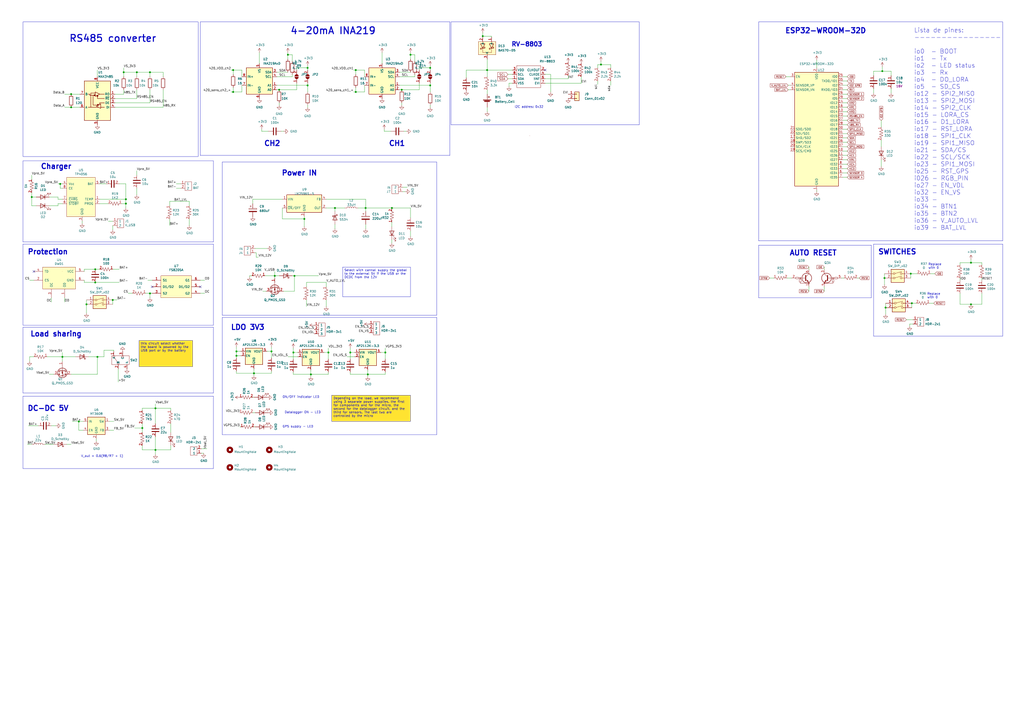
<source format=kicad_sch>
(kicad_sch (version 20231120) (generator "eeschema") (generator_version "8.0")
  (paper "A2")
  (junction (at 203.2 204.47))
  (junction (at 90.17 260.985))
  (junction (at 180.34 217.17))
  (junction (at 206.375 53.34))
  (junction (at 73.025 118.11))
  (junction (at 135.255 40.64))
  (junction (at 86.995 170.18))
  (junction (at 56.515 207.01))
  (junction (at 50.165 176.53))
  (junction (at 513.08 161.29))
  (junction (at 41.275 54.61))
  (junction (at 176.53 127))
  (junction (at 348.615 37.465))
  (junction (at 213.36 217.17))
  (junction (at 238.125 31.75))
  (junction (at 282.575 40.64))
  (junction (at 249.555 49.53))
  (junction (at 65.405 173.99))
  (junction (at 147.32 216.535))
  (junction (at 194.31 120.65))
  (junction (at 249.555 39.37))
  (junction (at 86.995 41.91))
  (junction (at 79.375 41.91))
  (junction (at 190.5 204.47))
  (junction (at 55.245 156.21))
  (junction (at 18.415 114.3))
  (junction (at 159.385 160.02))
  (junction (at 178.435 49.53))
  (junction (at 36.195 207.01))
  (junction (at 212.09 120.65))
  (junction (at 34.925 106.68))
  (junction (at 137.16 206.375))
  (junction (at 280.035 20.955))
  (junction (at 137.16 203.835))
  (junction (at 157.48 203.835))
  (junction (at 90.17 236.855))
  (junction (at 135.255 53.34))
  (junction (at 73.025 115.57))
  (junction (at 167.005 31.75))
  (junction (at 170.815 160.02))
  (junction (at 161.925 52.07))
  (junction (at 227.33 120.65))
  (junction (at 82.55 248.285))
  (junction (at 55.245 163.83))
  (junction (at 170.18 204.47))
  (junction (at 563.245 176.53))
  (junction (at 45.72 244.475))
  (junction (at 528.32 158.75))
  (junction (at 178.435 39.37))
  (junction (at 71.755 41.91))
  (junction (at 233.045 52.07))
  (junction (at 511.81 41.275))
  (junction (at 513.715 178.435))
  (junction (at 563.245 152.4))
  (junction (at 206.375 40.64))
  (junction (at 41.275 62.23))
  (junction (at 528.955 175.895))
  (junction (at 223.52 204.47))
  (no_connect (at 88.265 166.37))
  (no_connect (at 316.23 40.64))
  (no_connect (at 116.205 166.37))
  (no_connect (at 19.685 157.48))
  (wire (pts (xy 212.09 115.57) (xy 212.09 120.65)))
  (wire (pts (xy 513.715 175.895) (xy 513.715 178.435)))
  (wire (pts (xy 160.655 49.53) (xy 178.435 49.53)))
  (wire (pts (xy 569.595 152.4) (xy 563.245 152.4)))
  (wire (pts (xy 71.755 39.37) (xy 71.755 41.91)))
  (wire (pts (xy 159.385 160.02) (xy 159.385 157.48)))
  (wire (pts (xy 203.2 204.47) (xy 205.74 204.47)))
  (wire (pts (xy 506.73 41.275) (xy 511.81 41.275)))
  (wire (pts (xy 233.045 52.07) (xy 243.205 52.07)))
  (wire (pts (xy 337.185 48.26) (xy 337.185 44.45)))
  (wire (pts (xy 511.175 69.85) (xy 511.175 73.66)))
  (wire (pts (xy 147.32 230.505) (xy 146.685 230.505)))
  (wire (pts (xy 282.575 40.64) (xy 270.51 40.64)))
  (wire (pts (xy 150.495 30.48) (xy 150.495 36.83)))
  (polyline (pts (xy 123.825 229.87) (xy 123.825 271.78)))
  (wire (pts (xy 26.035 257.81) (xy 31.115 257.81)))
  (wire (pts (xy 79.375 109.22) (xy 79.375 113.03)))
  (wire (pts (xy 157.48 201.295) (xy 157.48 203.835)))
  (wire (pts (xy 205.105 40.64) (xy 206.375 40.64)))
  (wire (pts (xy 446.405 161.29) (xy 448.945 161.29)))
  (wire (pts (xy 36.195 207.01) (xy 36.195 209.55)))
  (polyline (pts (xy 13.335 189.865) (xy 13.335 227.965)))
  (wire (pts (xy 116.205 162.56) (xy 118.745 162.56)))
  (wire (pts (xy 19.685 207.01) (xy 17.145 207.01)))
  (wire (pts (xy 346.71 37.465) (xy 348.615 37.465)))
  (polyline (pts (xy 13.335 93.345) (xy 123.825 93.345)))
  (wire (pts (xy 48.895 162.56) (xy 48.895 163.83)))
  (wire (pts (xy 146.05 160.02) (xy 144.78 160.02)))
  (wire (pts (xy 71.755 41.91) (xy 71.755 44.45)))
  (wire (pts (xy 488.95 74.93) (xy 491.49 74.93)))
  (wire (pts (xy 86.995 170.18) (xy 86.995 172.72)))
  (wire (pts (xy 151.765 76.2) (xy 155.575 76.2)))
  (polyline (pts (xy 505.46 142.24) (xy 505.46 172.72)))
  (polyline (pts (xy 505.46 172.72) (xy 440.055 172.72)))
  (wire (pts (xy 569.595 153.67) (xy 569.595 152.4)))
  (wire (pts (xy 50.165 176.53) (xy 50.165 181.61)))
  (wire (pts (xy 48.895 157.48) (xy 48.895 156.21)))
  (wire (pts (xy 238.125 31.75) (xy 240.665 31.75)))
  (wire (pts (xy 190.5 201.93) (xy 190.5 204.47)))
  (wire (pts (xy 154.94 203.835) (xy 157.48 203.835)))
  (wire (pts (xy 212.09 120.65) (xy 212.09 122.555)))
  (wire (pts (xy 319.405 43.18) (xy 319.405 53.34)))
  (wire (pts (xy 203.2 215.9) (xy 203.2 217.17)))
  (wire (pts (xy 280.035 20.955) (xy 285.115 20.955)))
  (polyline (pts (xy 581.66 141.605) (xy 581.66 194.945)))
  (wire (pts (xy 147.955 144.145) (xy 154.94 144.145)))
  (wire (pts (xy 159.385 160.02) (xy 159.385 161.29)))
  (wire (pts (xy 45.72 249.555) (xy 48.26 249.555)))
  (wire (pts (xy 157.48 216.535) (xy 157.48 215.265)))
  (wire (pts (xy 488.95 100.33) (xy 491.49 100.33)))
  (wire (pts (xy 189.23 120.65) (xy 194.31 120.65)))
  (wire (pts (xy 48.26 244.475) (xy 45.72 244.475)))
  (wire (pts (xy 478.155 156.21) (xy 478.155 154.94)))
  (wire (pts (xy 161.925 52.07) (xy 172.085 52.07)))
  (wire (pts (xy 525.78 185.42) (xy 529.59 185.42)))
  (wire (pts (xy 147.955 247.65) (xy 147.32 247.65)))
  (wire (pts (xy 233.68 108.585) (xy 236.22 108.585)))
  (wire (pts (xy 285.115 21.59) (xy 285.115 20.955)))
  (wire (pts (xy 455.93 44.45) (xy 458.47 44.45)))
  (wire (pts (xy 240.665 31.75) (xy 240.665 35.56)))
  (wire (pts (xy 73.025 115.57) (xy 73.025 118.11)))
  (wire (pts (xy 33.655 119.38) (xy 33.655 118.11)))
  (wire (pts (xy 45.72 244.475) (xy 45.72 249.555)))
  (wire (pts (xy 56.515 217.17) (xy 56.515 207.01)))
  (wire (pts (xy 88.265 162.56) (xy 85.725 162.56)))
  (wire (pts (xy 282.575 34.29) (xy 282.575 40.64)))
  (wire (pts (xy 563.245 152.4) (xy 556.895 152.4)))
  (wire (pts (xy 178.435 38.1) (xy 178.435 39.37)))
  (wire (pts (xy 137.16 207.645) (xy 137.16 206.375)))
  (polyline (pts (xy 116.205 12.7) (xy 116.205 90.17)))
  (wire (pts (xy 280.035 19.05) (xy 280.035 20.955)))
  (wire (pts (xy 488.95 80.01) (xy 491.49 80.01)))
  (wire (pts (xy 90.17 253.365) (xy 90.17 260.985)))
  (wire (pts (xy 18.415 257.81) (xy 15.875 257.81)))
  (wire (pts (xy 511.175 81.28) (xy 511.175 85.09)))
  (polyline (pts (xy 123.825 93.345) (xy 123.825 140.335)))
  (wire (pts (xy 71.755 41.91) (xy 79.375 41.91)))
  (wire (pts (xy 513.08 161.29) (xy 513.08 165.1)))
  (wire (pts (xy 109.855 119.38) (xy 109.855 116.84)))
  (wire (pts (xy 569.595 162.56) (xy 569.595 161.29)))
  (polyline (pts (xy 260.985 90.17) (xy 116.205 90.17)))
  (wire (pts (xy 222.885 76.2) (xy 226.695 76.2)))
  (wire (pts (xy 316.23 48.26) (xy 337.185 48.26)))
  (wire (pts (xy 532.13 158.75) (xy 528.32 158.75)))
  (wire (pts (xy 66.675 57.15) (xy 79.375 57.15)))
  (polyline (pts (xy 506.73 194.945) (xy 506.73 141.605)))
  (wire (pts (xy 55.245 163.83) (xy 69.215 163.83)))
  (wire (pts (xy 282.575 64.77) (xy 282.575 62.23)))
  (wire (pts (xy 516.89 51.435) (xy 516.89 53.975)))
  (wire (pts (xy 135.255 40.64) (xy 140.335 40.64)))
  (wire (pts (xy 41.275 217.17) (xy 56.515 217.17)))
  (wire (pts (xy 488.95 67.31) (xy 491.49 67.31)))
  (wire (pts (xy 206.375 53.34) (xy 206.375 50.8)))
  (wire (pts (xy 169.545 43.18) (xy 169.545 44.45)))
  (polyline (pts (xy 128.905 252.095) (xy 130.81 252.095)))
  (polyline (pts (xy 13.335 229.87) (xy 13.335 271.78)))
  (wire (pts (xy 109.855 116.84) (xy 98.425 116.84)))
  (wire (pts (xy 346.71 48.895) (xy 346.71 46.99)))
  (wire (pts (xy 178.435 48.26) (xy 178.435 49.53)))
  (wire (pts (xy 528.955 175.895) (xy 528.955 178.435)))
  (wire (pts (xy 60.325 207.01) (xy 56.515 207.01)))
  (wire (pts (xy 511.81 41.275) (xy 511.81 38.735)))
  (wire (pts (xy 137.16 203.835) (xy 137.16 201.295)))
  (wire (pts (xy 243.205 48.26) (xy 243.205 52.07)))
  (wire (pts (xy 249.555 62.23) (xy 249.555 60.96)))
  (wire (pts (xy 170.18 215.9) (xy 170.18 217.17)))
  (wire (pts (xy 135.255 40.64) (xy 135.255 43.18)))
  (wire (pts (xy 329.565 45.72) (xy 329.565 43.815)))
  (wire (pts (xy 488.95 77.47) (xy 491.49 77.47)))
  (polyline (pts (xy 123.825 141.605) (xy 123.825 188.595)))
  (wire (pts (xy 146.685 115.57) (xy 146.685 118.11)))
  (wire (pts (xy 243.205 40.64) (xy 243.205 39.37)))
  (wire (pts (xy 147.32 216.535) (xy 157.48 216.535)))
  (wire (pts (xy 71.755 52.07) (xy 71.755 54.61)))
  (wire (pts (xy 238.125 126.365) (xy 238.125 120.65)))
  (wire (pts (xy 556.895 176.53) (xy 563.245 176.53)))
  (wire (pts (xy 167.005 207.01) (xy 172.72 207.01)))
  (wire (pts (xy 66.675 54.61) (xy 71.755 54.61)))
  (wire (pts (xy 41.275 62.23) (xy 46.355 62.23)))
  (wire (pts (xy 189.23 177.8) (xy 189.23 173.99)))
  (wire (pts (xy 56.515 207.01) (xy 51.435 207.01)))
  (wire (pts (xy 213.36 214.63) (xy 213.36 217.17)))
  (wire (pts (xy 60.325 203.2) (xy 66.04 203.2)))
  (wire (pts (xy 238.125 30.48) (xy 238.125 31.75)))
  (wire (pts (xy 177.8 163.83) (xy 177.8 166.37)))
  (polyline (pts (xy 253.365 252.095) (xy 253.365 184.15)))
  (wire (pts (xy 488.95 64.77) (xy 491.49 64.77)))
  (wire (pts (xy 133.985 53.34) (xy 135.255 53.34)))
  (wire (pts (xy 295.275 48.26) (xy 297.18 48.26)))
  (wire (pts (xy 73.025 106.68) (xy 73.025 115.57)))
  (wire (pts (xy 294.64 43.18) (xy 297.18 43.18)))
  (wire (pts (xy 211.455 53.34) (xy 211.455 49.53)))
  (wire (pts (xy 249.555 49.53) (xy 249.555 53.34)))
  (wire (pts (xy 354.33 37.465) (xy 348.615 37.465)))
  (wire (pts (xy 79.375 41.91) (xy 86.995 41.91)))
  (wire (pts (xy 164.465 168.91) (xy 170.815 168.91)))
  (wire (pts (xy 516.89 41.275) (xy 516.89 43.815)))
  (wire (pts (xy 99.06 236.855) (xy 99.06 238.125)))
  (wire (pts (xy 66.675 62.23) (xy 94.615 62.23)))
  (wire (pts (xy 458.47 49.53) (xy 457.2 49.53)))
  (wire (pts (xy 234.315 76.2) (xy 235.585 76.2)))
  (wire (pts (xy 94.615 62.23) (xy 94.615 52.07)))
  (wire (pts (xy 36.195 207.01) (xy 36.195 204.47)))
  (wire (pts (xy 180.34 218.44) (xy 180.34 217.17)))
  (wire (pts (xy 488.95 82.55) (xy 491.49 82.55)))
  (wire (pts (xy 346.71 39.37) (xy 346.71 37.465)))
  (wire (pts (xy 527.685 187.96) (xy 527.685 189.23)))
  (wire (pts (xy 294.64 45.72) (xy 297.18 45.72)))
  (wire (pts (xy 488.95 95.25) (xy 491.49 95.25)))
  (wire (pts (xy 63.5 249.555) (xy 66.04 249.555)))
  (polyline (pts (xy 13.335 140.335) (xy 13.335 93.345)))
  (wire (pts (xy 170.18 204.47) (xy 172.72 204.47)))
  (wire (pts (xy 137.16 203.835) (xy 139.7 203.835)))
  (wire (pts (xy 569.595 176.53) (xy 569.595 170.18)))
  (wire (pts (xy 36.195 106.68) (xy 34.925 106.68)))
  (wire (pts (xy 86.995 41.91) (xy 86.995 44.45)))
  (wire (pts (xy 458.47 52.07) (xy 457.2 52.07)))
  (wire (pts (xy 238.125 120.65) (xy 227.33 120.65)))
  (wire (pts (xy 28.575 114.3) (xy 33.655 114.3)))
  (wire (pts (xy 249.555 38.1) (xy 249.555 39.37)))
  (wire (pts (xy 506.73 43.815) (xy 506.73 41.275)))
  (wire (pts (xy 65.405 156.21) (xy 69.215 156.21)))
  (wire (pts (xy 104.775 106.68) (xy 102.235 106.68)))
  (wire (pts (xy 282.575 40.64) (xy 282.575 44.45)))
  (wire (pts (xy 57.785 115.57) (xy 73.025 115.57)))
  (wire (pts (xy 511.81 41.275) (xy 516.89 41.275)))
  (wire (pts (xy 65.405 173.99) (xy 67.945 173.99)))
  (wire (pts (xy 33.655 118.11) (xy 36.195 118.11)))
  (wire (pts (xy 227.33 128.905) (xy 227.33 131.445)))
  (wire (pts (xy 223.52 217.17) (xy 223.52 215.9)))
  (wire (pts (xy 316.23 45.72) (xy 329.565 45.72)))
  (wire (pts (xy 82.55 236.855) (xy 90.17 236.855)))
  (polyline (pts (xy 581.66 194.945) (xy 506.73 194.945)))
  (wire (pts (xy 172.085 39.37) (xy 178.435 39.37)))
  (polyline (pts (xy 13.335 227.965) (xy 123.825 227.965)))
  (wire (pts (xy 190.5 204.47) (xy 190.5 208.28)))
  (wire (pts (xy 488.95 69.85) (xy 491.49 69.85)))
  (wire (pts (xy 177.8 173.99) (xy 177.8 177.8)))
  (wire (pts (xy 55.88 254.635) (xy 55.88 255.905)))
  (wire (pts (xy 221.615 30.48) (xy 221.615 36.83)))
  (wire (pts (xy 37.465 62.23) (xy 41.275 62.23)))
  (wire (pts (xy 223.52 204.47) (xy 223.52 208.28)))
  (wire (pts (xy 82.55 236.855) (xy 82.55 238.125)))
  (wire (pts (xy 190.5 217.17) (xy 190.5 215.9)))
  (wire (pts (xy 354.33 46.99) (xy 354.33 49.53)))
  (wire (pts (xy 86.995 59.69) (xy 86.995 52.07)))
  (wire (pts (xy 178.435 39.37) (xy 178.435 40.64)))
  (wire (pts (xy 160.655 44.45) (xy 169.545 44.45)))
  (polyline (pts (xy 13.335 229.87) (xy 123.825 229.87)))
  (wire (pts (xy 563.245 150.495) (xy 563.245 152.4)))
  (wire (pts (xy 137.16 215.265) (xy 137.16 216.535)))
  (polyline (pts (xy 506.73 141.605) (xy 581.66 141.605)))
  (wire (pts (xy 227.33 140.97) (xy 227.33 139.065)))
  (wire (pts (xy 488.95 52.07) (xy 491.49 52.07)))
  (wire (pts (xy 157.48 203.835) (xy 157.48 207.645)))
  (wire (pts (xy 18.415 114.3) (xy 20.955 114.3)))
  (polyline (pts (xy 13.335 189.865) (xy 123.825 189.865)))
  (polyline (pts (xy 130.81 252.095) (xy 253.365 252.095)))
  (wire (pts (xy 212.09 132.715) (xy 212.09 130.175)))
  (wire (pts (xy 178.435 49.53) (xy 178.435 53.34)))
  (wire (pts (xy 82.55 260.985) (xy 90.17 260.985)))
  (wire (pts (xy 148.59 149.225) (xy 149.86 149.225)))
  (wire (pts (xy 65.405 173.99) (xy 65.405 176.53)))
  (wire (pts (xy 456.565 161.29) (xy 459.105 161.29)))
  (wire (pts (xy 489.585 161.29) (xy 488.315 161.29)))
  (wire (pts (xy 16.51 247.015) (xy 22.225 247.015)))
  (wire (pts (xy 135.255 53.34) (xy 135.255 50.8)))
  (polyline (pts (xy 260.985 12.7) (xy 260.985 90.17)))
  (wire (pts (xy 45.72 244.475) (xy 41.91 244.475)))
  (wire (pts (xy 529.59 187.96) (xy 527.685 187.96)))
  (wire (pts (xy 488.95 62.23) (xy 491.49 62.23)))
  (wire (pts (xy 48.895 156.21) (xy 55.245 156.21)))
  (wire (pts (xy 488.95 57.15) (xy 491.49 57.15)))
  (polyline (pts (xy 123.825 188.595) (xy 13.335 188.595)))
  (wire (pts (xy 295.275 50.165) (xy 295.275 48.26)))
  (wire (pts (xy 211.455 40.64) (xy 211.455 44.45)))
  (wire (pts (xy 90.17 236.855) (xy 99.06 236.855)))
  (wire (pts (xy 160.655 52.07) (xy 161.925 52.07)))
  (wire (pts (xy 316.23 43.18) (xy 319.405 43.18)))
  (wire (pts (xy 488.95 54.61) (xy 491.49 54.61)))
  (wire (pts (xy 163.83 127) (xy 176.53 127)))
  (wire (pts (xy 140.335 40.64) (xy 140.335 44.45)))
  (wire (pts (xy 137.16 216.535) (xy 147.32 216.535)))
  (wire (pts (xy 66.675 59.69) (xy 86.995 59.69)))
  (wire (pts (xy 152.4 168.91) (xy 154.305 168.91)))
  (wire (pts (xy 99.06 250.825) (xy 99.06 245.745)))
  (wire (pts (xy 167.005 30.48) (xy 167.005 31.75)))
  (wire (pts (xy 556.895 162.56) (xy 556.895 161.29)))
  (wire (pts (xy 354.33 37.465) (xy 354.33 39.37)))
  (wire (pts (xy 270.51 40.64) (xy 270.51 45.085)))
  (wire (pts (xy 506.73 51.435) (xy 506.73 53.975)))
  (wire (pts (xy 201.295 207.01) (xy 205.74 207.01)))
  (wire (pts (xy 65.405 130.81) (xy 65.405 133.35)))
  (wire (pts (xy 478.155 166.37) (xy 478.155 168.91)))
  (wire (pts (xy 563.245 176.53) (xy 569.595 176.53)))
  (wire (pts (xy 139.7 206.375) (xy 137.16 206.375)))
  (wire (pts (xy 231.775 44.45) (xy 240.665 44.45)))
  (wire (pts (xy 160.655 41.91) (xy 167.005 41.91)))
  (wire (pts (xy 120.015 260.35) (xy 116.84 260.35)))
  (polyline (pts (xy 123.825 271.78) (xy 13.335 271.78)))
  (wire (pts (xy 280.035 20.955) (xy 280.035 21.59)))
  (wire (pts (xy 488.95 72.39) (xy 491.49 72.39)))
  (wire (pts (xy 511.175 92.71) (xy 511.175 96.52)))
  (wire (pts (xy 194.31 120.65) (xy 200.025 120.65)))
  (wire (pts (xy 55.245 156.21) (xy 57.785 156.21)))
  (wire (pts (xy 170.18 204.47) (xy 170.18 201.93)))
  (wire (pts (xy 82.55 258.445) (xy 82.55 260.985)))
  (wire (pts (xy 47.625 128.27) (xy 47.625 129.54)))
  (wire (pts (xy 178.435 62.23) (xy 178.435 60.96)))
  (wire (pts (xy 28.575 119.38) (xy 33.655 119.38)))
  (wire (pts (xy 19.685 162.56) (xy 17.145 162.56)))
  (wire (pts (xy 37.465 54.61) (xy 41.275 54.61)))
  (polyline (pts (xy 128.905 184.15) (xy 128.905 252.095)))
  (wire (pts (xy 189.23 115.57) (xy 212.09 115.57)))
  (wire (pts (xy 98.425 116.84) (xy 98.425 119.38)))
  (polyline (pts (xy 116.205 12.7) (xy 260.985 12.7)))
  (wire (pts (xy 220.98 204.47) (xy 223.52 204.47)))
  (wire (pts (xy 38.735 257.81) (xy 41.275 257.81)))
  (wire (pts (xy 556.895 170.18) (xy 556.895 176.53)))
  (wire (pts (xy 170.18 217.17) (xy 180.34 217.17)))
  (wire (pts (xy 203.2 204.47) (xy 203.2 208.28)))
  (wire (pts (xy 78.105 248.285) (xy 82.55 248.285)))
  (wire (pts (xy 151.765 74.93) (xy 151.765 76.2)))
  (wire (pts (xy 187.96 204.47) (xy 190.5 204.47)))
  (wire (pts (xy 249.555 39.37) (xy 249.555 40.64)))
  (polyline (pts (xy 440.055 172.72) (xy 440.055 142.24)))
  (wire (pts (xy 133.985 40.64) (xy 135.255 40.64)))
  (wire (pts (xy 488.95 90.17) (xy 491.49 90.17)))
  (wire (pts (xy 194.31 130.175) (xy 194.31 132.715)))
  (wire (pts (xy 238.125 133.985) (xy 238.125 137.16)))
  (wire (pts (xy 163.83 120.65) (xy 163.83 127)))
  (wire (pts (xy 488.95 92.71) (xy 491.49 92.71)))
  (wire (pts (xy 18.415 114.3) (xy 18.415 119.38)))
  (wire (pts (xy 249.555 48.26) (xy 249.555 49.53)))
  (wire (pts (xy 170.815 160.02) (xy 169.545 160.02)))
  (wire (pts (xy 488.95 97.79) (xy 491.49 97.79)))
  (wire (pts (xy 163.83 115.57) (xy 146.685 115.57)))
  (wire (pts (xy 140.335 53.34) (xy 140.335 49.53)))
  (wire (pts (xy 33.655 115.57) (xy 36.195 115.57)))
  (wire (pts (xy 539.75 158.75) (xy 542.29 158.75)))
  (wire (pts (xy 172.085 40.64) (xy 172.085 39.37)))
  (wire (pts (xy 176.53 131.445) (xy 176.53 127)))
  (wire (pts (xy 473.71 39.37) (xy 473.71 34.925)))
  (wire (pts (xy 104.775 109.22) (xy 102.235 109.22)))
  (wire (pts (xy 488.95 59.69) (xy 491.49 59.69)))
  (wire (pts (xy 189.23 163.83) (xy 177.8 163.83)))
  (wire (pts (xy 163.195 76.2) (xy 164.465 76.2)))
  (wire (pts (xy 50.165 173.99) (xy 50.165 176.53)))
  (wire (pts (xy 135.255 53.34) (xy 140.335 53.34)))
  (wire (pts (xy 488.95 46.99) (xy 491.49 46.99)))
  (wire (pts (xy 82.55 245.745) (xy 82.55 248.285)))
  (wire (pts (xy 90.17 236.855) (xy 90.17 245.745)))
  (wire (pts (xy 94.615 44.45) (xy 94.615 41.91)))
  (polyline (pts (xy 123.825 189.865) (xy 123.825 227.965)))
  (wire (pts (xy 79.375 41.91) (xy 79.375 44.45)))
  (wire (pts (xy 109.855 130.81) (xy 109.855 127)))
  (wire (pts (xy 488.95 102.87) (xy 491.49 102.87)))
  (polyline (pts (xy 13.335 188.595) (xy 13.335 141.605)))
  (wire (pts (xy 497.205 161.29) (xy 498.475 161.29)))
  (wire (pts (xy 488.95 44.45) (xy 491.49 44.45)))
  (wire (pts (xy 18.415 119.38) (xy 20.955 119.38)))
  (wire (pts (xy 203.2 217.17) (xy 213.36 217.17)))
  (wire (pts (xy 172.085 48.26) (xy 172.085 52.07)))
  (wire (pts (xy 213.36 217.17) (xy 223.52 217.17)))
  (wire (pts (xy 167.005 34.29) (xy 167.005 31.75)))
  (wire (pts (xy 539.115 175.895) (xy 541.655 175.895)))
  (wire (pts (xy 144.78 160.02) (xy 144.78 160.655)))
  (wire (pts (xy 73.025 118.11) (xy 73.025 120.65)))
  (wire (pts (xy 37.465 172.72) (xy 37.465 175.26)))
  (wire (pts (xy 531.495 175.895) (xy 528.955 175.895)))
  (wire (pts (xy 34.925 106.68) (xy 33.655 106.68)))
  (wire (pts (xy 231.775 41.91) (xy 238.125 41.91)))
  (wire (pts (xy 233.045 60.96) (xy 233.045 59.69)))
  (wire (pts (xy 180.34 217.17) (xy 190.5 217.17)))
  (wire (pts (xy 147.32 213.995) (xy 147.32 216.535)))
  (wire (pts (xy 513.715 182.245) (xy 513.715 178.435)))
  (wire (pts (xy 137.16 206.375) (xy 137.16 203.835)))
  (wire (pts (xy 18.415 104.14) (xy 18.415 101.6)))
  (wire (pts (xy 79.375 57.15) (xy 79.375 52.07)))
  (wire (pts (xy 148.59 149.225) (xy 148.59 146.685)))
  (wire (pts (xy 170.815 160.02) (xy 184.785 160.02)))
  (wire (pts (xy 99.06 260.985) (xy 90.17 260.985)))
  (wire (pts (xy 79.375 101.6) (xy 79.375 99.06)))
  (wire (pts (xy 56.515 44.45) (xy 56.515 40.64)))
  (wire (pts (xy 223.52 201.93) (xy 223.52 204.47)))
  (wire (pts (xy 513.08 158.75) (xy 513.08 161.29)))
  (wire (pts (xy 167.005 31.75) (xy 169.545 31.75)))
  (wire (pts (xy 17.145 207.01) (xy 17.145 209.55)))
  (wire (pts (xy 176.53 127) (xy 176.53 125.73)))
  (wire (pts (xy 169.545 31.75) (xy 169.545 35.56)))
  (polyline (pts (xy 440.055 142.24) (xy 505.46 142.24)))
  (wire (pts (xy 206.375 40.64) (xy 211.455 40.64)))
  (wire (pts (xy 227.33 120.65) (xy 227.33 121.285)))
  (wire (pts (xy 194.31 120.65) (xy 194.31 122.555)))
  (wire (pts (xy 69.215 106.68) (xy 73.025 106.68)))
  (polyline (pts (xy 128.905 184.15) (xy 253.365 184.15)))
  (wire (pts (xy 90.17 234.315) (xy 90.17 236.855)))
  (wire (pts (xy 31.115 217.17) (xy 28.575 217.17)))
  (wire (pts (xy 63.5 244.475) (xy 66.04 244.475)))
  (wire (pts (xy 148.59 146.685) (xy 147.955 146.685)))
  (polyline (pts (xy 123.825 140.335) (xy 13.335 140.335)))
  (wire (pts (xy 243.205 39.37) (xy 249.555 39.37)))
  (wire (pts (xy 473.71 110.49) (xy 473.71 111.125)))
  (wire (pts (xy 57.785 106.68) (xy 61.595 106.68)))
  (wire (pts (xy 161.925 60.96) (xy 161.925 59.69)))
  (wire (pts (xy 170.815 168.91) (xy 170.815 160.02)))
  (polyline (pts (xy 13.335 141.605) (xy 123.825 141.605)))
  (wire (pts (xy 65.405 128.27) (xy 62.865 128.27)))
  (wire (pts (xy 36.195 207.01) (xy 27.305 207.01)))
  (wire (pts (xy 213.36 218.44) (xy 213.36 217.17)))
  (wire (pts (xy 180.34 214.63) (xy 180.34 217.17)))
  (wire (pts (xy 212.09 120.65) (xy 227.33 120.65)))
  (wire (pts (xy 205.105 53.34) (xy 206.375 53.34)))
  (wire (pts (xy 36.195 109.22) (xy 34.925 109.22)))
  (wire (pts (xy 282.575 54.61) (xy 282.575 52.07)))
  (wire (pts (xy 48.895 163.83) (xy 55.245 163.83)))
  (wire (pts (xy 118.11 262.89) (xy 116.84 262.89)))
  (wire (pts (xy 66.04 203.2) (xy 66.04 203.835)))
  (wire (pts (xy 34.925 109.22) (xy 34.925 106.68)))
  (wire (pts (xy 488.95 85.09) (xy 491.49 85.09)))
  (wire (pts (xy 469.265 156.21) (xy 469.265 154.94)))
  (wire (pts (xy 231.775 49.53) (xy 249.555 49.53)))
  (wire (pts (xy 488.95 87.63) (xy 491.49 87.63)))
  (wire (pts (xy 116.205 170.18) (xy 118.745 170.18)))
  (wire (pts (xy 18.415 111.76) (xy 18.415 114.3)))
  (wire (pts (xy 68.58 213.995) (xy 68.58 221.615)))
  (wire (pts (xy 206.375 53.34) (xy 211.455 53.34)))
  (wire (pts (xy 170.18 204.47) (xy 170.18 208.28)))
  (wire (pts (xy 147.32 217.805) (xy 147.32 216.535)))
  (wire (pts (xy 86.995 170.18) (xy 88.265 170.18)))
  (wire (pts (xy 139.065 247.65) (xy 139.7 247.65)))
  (wire (pts (xy 90.17 260.985) (xy 90.17 263.525)))
  (wire (pts (xy 233.68 111.125) (xy 234.95 111.125)))
  (wire (pts (xy 469.265 166.37) (xy 469.265 168.91)))
  (wire (pts (xy 528.32 158.75) (xy 528.32 161.29)))
  (wire (pts (xy 159.385 160.02) (xy 153.67 160.02)))
  (wire (pts (xy 29.845 247.015) (xy 32.385 247.015)))
  (wire (pts (xy 147.955 239.395) (xy 146.685 239.395)))
  (wire (pts (xy 84.455 170.18) (xy 86.995 170.18)))
  (wire (pts (xy 189.23 166.37) (xy 189.23 163.83)))
  (wire (pts (xy 206.375 40.64) (xy 206.375 43.18)))
  (wire (pts (xy 43.815 207.01) (xy 36.195 207.01)))
  (wire (pts (xy 240.665 43.18) (xy 240.665 44.45)))
  (wire (pts (xy 203.2 204.47) (xy 203.2 201.93)))
  (wire (pts (xy 33.655 114.3) (xy 33.655 115.57)))
  (wire (pts (xy 99.06 258.445) (xy 99.06 260.985)))
  (wire (pts (xy 161.925 160.02) (xy 159.385 160.02)))
  (wire (pts (xy 222.885 74.93) (xy 222.885 76.2)))
  (wire (pts (xy 348.615 35.56) (xy 348.615 37.465)))
  (wire (pts (xy 41.275 54.61) (xy 46.355 54.61)))
  (wire (pts (xy 488.95 49.53) (xy 491.49 49.53)))
  (wire (pts (xy 556.895 153.67) (xy 556.895 152.4)))
  (wire (pts (xy 76.835 170.18) (xy 74.295 170.18)))
  (wire (pts (xy 60.325 203.2) (xy 60.325 207.01)))
  (wire (pts (xy 70.485 118.11) (xy 73.025 118.11)))
  (wire (pts (xy 57.785 118.11) (xy 62.865 118.11)))
  (wire (pts (xy 29.845 172.72) (xy 29.845 175.26)))
  (wire (pts (xy 94.615 41.91) (xy 86.995 41.91)))
  (wire (pts (xy 98.425 127) (xy 98.425 130.81)))
  (wire (pts (xy 82.55 248.285) (xy 82.55 250.825)))
  (wire (pts (xy 238.125 34.29) (xy 238.125 31.75)))
  (wire (pts (xy 282.575 40.64) (xy 297.18 40.64)))
  (wire (pts (xy 207.645 120.65) (xy 212.09 120.65)))
  (wire (pts (xy 231.775 52.07) (xy 233.045 52.07)))
  (rectangle (start 13.335 12.7) (end 114.935 90.805))
  (rectangle (start 440.055 12.7) (end 581.66 139.7))
  (rectangle (start 128.905 93.98) (end 253.365 182.88))
  (rectangle (start 261.62 12.7) (end 370.84 72.39))
  (text_box "Select wich cannal supply the global to the external 5V if the USB or the DCDC from the 12V\n" (at 198.755 154.94 0) (size 39.37 17.145) (effects (font (size 1.27 1.27)) (justify left top)))
  (text_box "Depending on the load, we recommend using 3 separate power supplies. the first for components and for the micro, the second for the datalogger circuit, and the third for sensors. The last two are controlled by the micro" (at 192.405 229.235 0) (size 45.72 15.24) (fill (type color) (color 255 227 49 1)) (effects (font (size 1.27 1.27)) (justify left top)))
  (text_box "this circuit select whether the board is powered by the USB port or by the battery" (at 80.645 197.485 0) (size 31.115 15.24) (fill (type color) (color 255 227 49 1)) (effects (font (size 1.27 1.27)) (justify left top)))
  (text "Replace \nwith 0" (at 537.845 173.355 0) (effects (font (size 1.27 1.27)) (justify left bottom)))
  (text "Lista de pines:\n----------------\n\nio0  - BOOT\nio1  - Tx\nio2  - LED status\nio3  - Rx\nio4  - DO_LORA\nio5  - SD_CS\nio12 - SPI2_MISO\nio13 - SPI2_MOSI\nio14 - SPI2_CLK \nio15 - LORA_CS\nio16 - D1_LORA\nio17 - RST_LORA\nio18 - SPI1_CLK\nio19 - SPI1_MISO\nio21 - SDA/CS\nio22 - SCL/SCK\nio23 - SPI1_MOSI\nio25 - RST_GPS\ni026 - RGB_PIN\nio27 - EN_VDL\nio32 - EN_VS\nio33 - \nio34 - BTN1\nio35 - BTN2\nio36 - V_AUTO_LVL\nio39 - BAT_LVL\n\n" (at 530.225 137.795 0) (effects (font (size 2.54 2.54)) (justify left bottom)))
  (text "RS485 converter" (at 40.005 24.765 0) (effects (font (size 4 4) (thickness 0.5994) (bold yes)) (justify left bottom)))
  (text "4-20mA INA219" (at 168.275 20.32 0) (effects (font (size 4 4) (thickness 0.5994) (bold yes)) (justify left bottom)))
  (text "Charger" (at 23.495 98.425 0) (effects (font (size 2.9972 2.9972) (thickness 0.5994) (bold yes)) (justify left bottom)))
  (text "Datalogger ON - LED" (at 165.1 240.03 0) (effects (font (size 1.27 1.27)) (justify left bottom)))
  (text "ESP32-WROOM-32D" (at 455.295 19.685 0) (effects (font (size 2.9972 2.9972) (thickness 0.5994) (bold yes)) (justify left bottom)))
  (text "Replace \nwith 0" (at 538.48 156.21 0) (effects (font (size 1.27 1.27)) (justify left bottom)))
  (text "DC-DC 5V" (at 40.005 238.76 0) (effects (font (size 2.9972 2.9972) (thickness 0.5994) (bold yes)) (justify right bottom)))
  (text "SWITCHES" (at 509.27 147.955 0) (effects (font (size 2.9972 2.9972) (thickness 0.5994) (bold yes)) (justify left bottom)))
  (text "CH1" (at 225.425 85.09 0) (effects (font (size 2.9972 2.9972) (thickness 0.5994) (bold yes)) (justify left bottom)))
  (text "Power IN" (at 184.15 102.235 0) (effects (font (size 2.9972 2.9972) (thickness 0.5994) (bold yes)) (justify right bottom)))
  (text "AUTO RESET" (at 457.835 148.59 0) (effects (font (size 2.9972 2.9972) (thickness 0.5994) (bold yes)) (justify left bottom)))
  (text "Protection" (at 15.875 147.955 0) (effects (font (size 2.9972 2.9972) (thickness 0.5994) (bold yes)) (justify left bottom)))
  (text "GPS supply - LED\n" (at 163.83 248.285 0) (effects (font (size 1.27 1.27)) (justify left bottom)))
  (text "LDO 3V3" (at 153.67 191.77 0) (effects (font (size 2.9972 2.9972) (thickness 0.5994) (bold yes)) (justify right bottom)))
  (text "ON/OFF indicator LED" (at 163.83 231.14 0) (effects (font (size 1.27 1.27)) (justify left bottom)))
  (text "CH2" (at 153.035 85.09 0) (effects (font (size 2.9972 2.9972) (thickness 0.5994) (bold yes)) (justify left bottom)))
  (text "I2C addres: 0x32" (at 298.45 62.865 0) (effects (font (size 1.27 1.27)) (justify left bottom)))
  (text "V_out = 0.6(R8/R7 + 1)" (at 46.99 265.43 0) (effects (font (size 1.27 1.27)) (justify left bottom)))
  (text "RV-8803" (at 296.545 27.305 0) (effects (font (size 2.54 2.54) (thickness 0.508) (bold yes)) (justify left bottom)))
  (text "Load sharing" (at 47.625 195.58 0) (effects (font (size 2.9972 2.9972) (thickness 0.5994) (bold yes)) (justify right bottom)))
  (label "OC" (at 118.745 170.18 0))
  (label "Vpre_5V" (at 79.375 99.06 0))
  (label "Vbat_5V" (at 90.17 234.315 0))
  (label "RS485_EN" (at 79.375 57.15 0))
  (label "FB_5V" (at 78.105 248.285 180))
  (label "CS" (at 17.145 162.56 180))
  (label "Vpre_5V" (at 184.785 160.02 0))
  (label "BAT-" (at 102.235 109.22 180))
  (label "420_VDD_ch1" (at 205.105 40.64 180))
  (label "SDA" (at 161.925 41.91 0))
  (label "VDL_3V3" (at 190.5 201.93 0))
  (label "Vpre_5V" (at 33.655 106.68 180))
  (label "+5V" (at 68.58 221.615 0))
  (label "BAT+" (at 41.91 244.475 0))
  (label "BAT+" (at 98.425 130.81 0))
  (label "V_AUTO_LVL" (at 189.23 163.83 0))
  (label "VS_3V3" (at 56.515 40.64 0))
  (label "420_sens_ch1_+" (at 205.105 53.34 180))
  (label "BAT+" (at 69.215 156.21 0))
  (label "VIN_5V" (at 236.22 108.585 0))
  (label "RS485_EN" (at 86.995 59.69 0))
  (label "EN_VS_S" (at 201.295 207.01 180))
  (label "Data_B" (at 37.465 54.61 180))
  (label "EN_VDL" (at 182.245 193.675 180))
  (label "Vbat_5V" (at 28.575 217.17 180))
  (label "OD" (at 37.465 175.26 0))
  (label "Vbat_5V" (at 41.275 257.81 0))
  (label "OD" (at 118.745 162.56 0))
  (label "EN_VDL_S" (at 167.005 207.01 180))
  (label "EN_VS_S" (at 213.995 190.5 180))
  (label "Vpre_5V" (at 62.865 128.27 180))
  (label "BAT-" (at 69.215 163.83 0))
  (label "BAT+" (at 15.875 257.81 0))
  (label "CS" (at 74.295 170.18 180))
  (label "SW_5V" (at 26.035 257.81 0))
  (label "420_sens_ch2_+" (at 133.985 53.34 180))
  (label "IO0" (at 556.895 162.56 0))
  (label "V_USB" (at 159.385 157.48 180))
  (label "scl" (at 346.71 48.895 270))
  (label "VIN_5V" (at 152.4 168.91 180))
  (label "EVI" (at 337.185 48.26 0))
  (label "SW_5V" (at 66.04 244.475 0))
  (label "VIN_5V" (at 238.125 120.65 0))
  (label "BAT-" (at 67.945 173.99 0))
  (label "BAT+" (at 102.235 106.68 180))
  (label "485_TX" (at 71.755 54.61 0))
  (label "VIN_12V" (at 146.685 115.57 180))
  (label "SCL" (at 161.925 44.45 0))
  (label "EN_VS" (at 213.995 193.04 180))
  (label "Vbat_5V" (at 120.015 260.35 90))
  (label "EN_VDL_S" (at 182.245 191.135 180))
  (label "EVI" (at 329.565 54.61 180))
  (label "INT" (at 329.565 45.72 0))
  (label "BAT+" (at 57.785 106.68 0))
  (label "420_VDD_ch2" (at 133.985 40.64 180))
  (label "SDA" (at 233.045 41.91 0))
  (label "BAT_LVL" (at 100.965 116.84 0))
  (label "BAT-" (at 85.725 162.56 180))
  (label "VDL_3V3" (at 139.065 239.395 180))
  (label "RESET" (at 569.595 162.56 0))
  (label "VIN_12V" (at 177.8 177.8 0))
  (label "FB_5V" (at 66.04 249.555 0))
  (label "sda" (at 354.33 49.53 270))
  (label "Vpre_5V" (at 18.415 101.6 0))
  (label "VIN_12V" (at 149.86 149.225 0))
  (label "VGPS_3V3" (at 139.065 247.65 180))
  (label "Data_A" (at 37.465 62.23 180))
  (label "SCL" (at 233.045 44.45 0))
  (label "BAT+" (at 16.51 247.015 0))
  (label "485_RX" (at 94.615 62.23 0))
  (label "VGPS_3V3" (at 223.52 201.93 0))
  (label "VS_3V3" (at 71.755 39.37 0))
  (label "OC" (at 29.845 175.26 180))
  (label "Vpre_5V" (at 36.195 204.47 180))
  (global_label "485_TX" (shape input) (at 491.49 69.85 0) (effects (font (size 1 1))) (property "Intersheetrefs" "${INTERSHEET_REFS}" (effects (hide yes))))
  (global_label "IO0" (shape input) (at 491.49 44.45 0) (effects (font (size 1 1))) (property "Intersheetrefs" "${INTERSHEET_REFS}" (effects (hide yes))))
  (global_label "DTR#" (shape input) (at 446.405 161.29 180) (effects (font (size 1 1))) (property "Intersheetrefs" "${INTERSHEET_REFS}" (effects (hide yes))))
  (global_label "RST#" (shape input) (at 498.475 161.29 0) (effects (font (size 1 1))) (property "Intersheetrefs" "${INTERSHEET_REFS}" (effects (hide yes))))
  (global_label "KR3" (shape input) (at 491.49 64.77 0) (effects (font (size 1 1))) (property "Intersheetrefs" "${INTERSHEET_REFS}" (effects (hide yes))))
  (global_label "SENSOR 1" (shape input) (at 491.49 54.61 0) (effects (font (size 1 1))) (property "Intersheetrefs" "${INTERSHEET_REFS}" (effects (hide yes))))
  (global_label "KC2" (shape input) (at 491.49 87.63 0) (effects (font (size 1 1))) (property "Intersheetrefs" "${INTERSHEET_REFS}" (effects (hide yes))))
  (global_label "SCL" (shape input) (at 491.49 82.55 0) (effects (font (size 1 1))) (property "Intersheetrefs" "${INTERSHEET_REFS}" (effects (hide yes))))
  (global_label "485_RX" (shape input) (at 491.49 72.39 0) (effects (font (size 1 1))) (property "Intersheetrefs" "${INTERSHEET_REFS}" (effects (hide yes))))
  (global_label "RST#" (shape input) (at 469.265 168.91 180) (effects (font (size 1 1))) (property "Intersheetrefs" "${INTERSHEET_REFS}" (effects (hide yes))))
  (global_label "SENSOR 3" (shape input) (at 491.49 100.33 0) (effects (font (size 1 1))) (property "Intersheetrefs" "${INTERSHEET_REFS}" (effects (hide yes))))
  (global_label "BAT_LVL" (shape input) (at 457.2 52.07 180) (effects (font (size 1 1))) (property "Intersheetrefs" "${INTERSHEET_REFS}" (effects (hide yes))))
  (global_label "SDA" (shape input) (at 491.49 80.01 0) (effects (font (size 1 1))) (property "Intersheetrefs" "${INTERSHEET_REFS}" (effects (hide yes))))
  (global_label "SENSOR 2" (shape input) (at 491.49 57.15 0) (effects (font (size 1 1))) (property "Intersheetrefs" "${INTERSHEET_REFS}" (effects (hide yes))))
  (global_label "IO0" (shape input) (at 542.29 158.75 0) (effects (font (size 1 1))) (property "Intersheetrefs" "${INTERSHEET_REFS}" (effects (hide yes))))
  (global_label "SCL" (shape input) (at 294.64 43.18 180) (property "Intersheetrefs" "${INTERSHEET_REFS}" (effects (hide yes))))
  (global_label "KC1" (shape input) (at 491.49 90.17 0) (effects (font (size 1 1))) (property "Intersheetrefs" "${INTERSHEET_REFS}" (effects (hide yes))))
  (global_label "RS485_EN" (shape input) (at 491.49 67.31 0) (effects (font (size 1 1))) (property "Intersheetrefs" "${INTERSHEET_REFS}" (effects (hide yes))))
  (global_label "KC3" (shape input) (at 491.49 97.79 0) (effects (font (size 1 1))) (property "Intersheetrefs" "${INTERSHEET_REFS}" (effects (hide yes))))
  (global_label "IO2 GPB" (shape input) (at 491.49 49.53 0) (effects (font (size 1 1))) (property "Intersheetrefs" "${INTERSHEET_REFS}" (effects (hide yes))))
  (global_label "KC4" (shape input) (at 491.49 95.25 0) (effects (font (size 1 1))) (property "Intersheetrefs" "${INTERSHEET_REFS}" (effects (hide yes))))
  (global_label "SENSOR 4" (shape input) (at 491.49 102.87 0) (effects (font (size 1 1))) (property "Intersheetrefs" "${INTERSHEET_REFS}" (effects (hide yes))))
  (global_label "RESET" (shape input) (at 541.655 175.895 0) (effects (font (size 1 1))) (property "Intersheetrefs" "${INTERSHEET_REFS}" (effects (hide yes))))
  (global_label "SPI1_CLK" (shape input) (at 491.49 74.93 0) (effects (font (size 1 1))) (property "Intersheetrefs" "${INTERSHEET_REFS}" (effects (hide yes))))
  (global_label "KR2" (shape input) (at 491.49 59.69 0) (effects (font (size 1 1))) (property "Intersheetrefs" "${INTERSHEET_REFS}" (effects (hide yes))))
  (global_label "DTR#" (shape input) (at 478.155 168.91 180) (effects (font (size 1 1))) (property "Intersheetrefs" "${INTERSHEET_REFS}" (effects (hide yes))))
  (global_label "RX" (shape input) (at 491.49 52.07 0) (effects (font (size 1 1))) (property "Intersheetrefs" "${INTERSHEET_REFS}" (effects (hide yes))))
  (global_label "IO2 GPB" (shape input) (at 511.175 69.85 90) (effects (font (size 1 1))) (property "Intersheetrefs" "${INTERSHEET_REFS}" (effects (hide yes))))
  (global_label "RESET" (shape input) (at 455.93 44.45 180) (effects (font (size 1 1))) (property "Intersheetrefs" "${INTERSHEET_REFS}" (effects (hide yes))))
  (global_label "TX" (shape input) (at 491.49 46.99 0) (effects (font (size 1 1))) (property "Intersheetrefs" "${INTERSHEET_REFS}" (effects (hide yes))))
  (global_label "RESET" (shape input) (at 525.78 185.42 180) (effects (font (size 1 1))) (property "Intersheetrefs" "${INTERSHEET_REFS}" (effects (hide yes))))
  (global_label "SPI1_MOSI" (shape input) (at 491.49 85.09 0) (effects (font (size 1 1))) (property "Intersheetrefs" "${INTERSHEET_REFS}" (effects (hide yes))))
  (global_label "SPI1_MISO" (shape input) (at 491.49 77.47 0) (effects (font (size 1 1))) (property "Intersheetrefs" "${INTERSHEET_REFS}" (effects (hide yes))))
  (global_label "KR4" (shape input) (at 491.49 92.71 0) (effects (font (size 1 1))) (property "Intersheetrefs" "${INTERSHEET_REFS}" (effects (hide yes))))
  (global_label "SDA" (shape input) (at 294.64 45.72 180) (property "Intersheetrefs" "${INTERSHEET_REFS}" (effects (hide yes))))
  (global_label "IO0" (shape input) (at 478.155 154.94 180) (effects (font (size 1 1))) (property "Intersheetrefs" "${INTERSHEET_REFS}" (effects (hide yes))))
  (global_label "RESET" (shape input) (at 469.265 154.94 180) (effects (font (size 1 1))) (property "Intersheetrefs" "${INTERSHEET_REFS}" (effects (hide yes))))
  (global_label "KR1" (shape input) (at 491.49 62.23 0) (effects (font (size 1 1))) (property "Intersheetrefs" "${INTERSHEET_REFS}" (effects (hide yes))))
  (global_label "V_AUTO_LVL" (shape input) (at 457.2 49.53 180) (effects (font (size 1 1))) (property "Intersheetrefs" "${INTERSHEET_REFS}" (effects (hide yes))))
  (symbol (lib_id "Device:Battery_Cell") (at 282.575 59.69 0) (unit 1)
    (property "Reference" "BT1" (at 287.02 56.3879 0) (effects (justify left)))
    (property "Value" "Battery_Cell" (at 287.02 58.9279 0) (effects (justify left)))
    (property "Footprint" "Battery:BatteryHolder_Keystone_3000_1x12mm" (effects (hide yes)))
  )
  (symbol (lib_id "IoWLabsConnectors:HDR-3x1") (at 216.535 190.5 0) (unit 1)
    (property "Reference" "J6" (at 220.98 189.23 0) (effects (justify left)))
    (property "Value" "HDR-3x1" (at 220.98 191.77 0) (effects (justify left)))
    (property "Footprint" "Jumper:SolderJumper-3_P1.3mm_Open_RoundedPad1.0x1.5mm_NumberLabels" (effects (hide yes)))
    (property "Supplier" "LCSC" (effects (hide yes)))
  )
  (symbol (lib_id "IoWLabs:RES") (at 329.565 40.005 0) (unit 1)
    (property "Reference" "R41" (at 331.2922 38.8366 0) (effects (justify left)))
    (property "Value" "100k" (at 331.2922 41.148 0) (effects (justify left)))
    (property "Footprint" "Resistor_SMD:R_0603_1608Metric" (effects (hide yes)))
    (property "Supplier" "LCSC" (effects (hide yes)))
  )
  (symbol (lib_id "power:GND") (at 154.94 144.145 90) (unit 1)
    (property "Reference" "#PWR037" (effects (hide yes)))
    (property "Value" "GND" (at 159.3342 144.018 0))
  )
  (symbol (lib_id "IoWLabs:C") (at 556.895 166.37 0) (unit 1)
    (property "Reference" "C19" (at 559.816 165.2016 0) (effects (justify left)))
    (property "Value" "100n" (at 559.816 167.513 0) (effects (justify left)))
    (property "Footprint" "Capacitor_SMD:C_0603_1608Metric" (effects (hide yes)))
    (property "Supplier" "LCSC" (effects (hide yes)))
    (property "C" "1u" (effects (hide yes)))
    (property "Voltage rated" "16V" (effects (hide yes)))
    (property "Temp Coef" "X5R" (effects (hide yes)))
  )
  (symbol (lib_id "power:GND") (at 238.125 137.16 0) (unit 1)
    (property "Reference" "#PWR054" (effects (hide yes)))
    (property "Value" "GND" (at 238.252 141.5542 0))
  )
  (symbol (lib_id "power:GND") (at 161.925 60.96 0) (unit 1)
    (property "Reference" "#PWR05" (effects (hide yes)))
    (property "Value" "GND" (at 161.925 66.04 0))
  )
  (symbol (lib_id "Analog_ADC:INA219AxD") (at 221.615 46.99 0) (unit 1)
    (property "Reference" "U3" (at 223.6344 34.29 0) (effects (justify left)))
    (property "Value" "INA219AxD" (at 223.6344 36.83 0) (effects (justify left)))
    (property "Footprint" "Package_SO:SOIC-8_3.9x4.9mm_P1.27mm" (effects (hide yes)))
    (property "Datasheet" "http://www.ti.com/lit/ds/symlink/ina219.pdf" (effects (hide yes)))
  )
  (symbol (lib_id "IoWLabs:RES") (at 535.305 175.895 270) (unit 1)
    (property "Reference" "R36" (at 535.305 170.18 90))
    (property "Value" "0" (at 535.305 172.4914 90))
    (property "Footprint" "Resistor_SMD:R_0603_1608Metric" (effects (hide yes)))
    (property "Supplier" "LCSC" (effects (hide yes)))
  )
  (symbol (lib_id "Device:R") (at 238.125 38.1 0) (unit 1)
    (property "Reference" "R13" (at 240.665 36.8299 0) (effects (justify left)))
    (property "Value" "4.7k" (at 240.665 39.3699 0) (effects (justify left)))
    (property "Footprint" "Resistor_SMD:R_0603_1608Metric" (effects (hide yes)))
  )
  (symbol (lib_id "Jumper:SolderJumper_2_Open") (at 243.205 44.45 90) (unit 1)
    (property "Reference" "JP3" (at 245.745 43.1799 90) (effects (justify right)))
    (property "Value" "SolderJumper_2_Open" (effects (hide yes)))
    (property "Footprint" "Jumper:SolderJumper-2_P1.3mm_Open_RoundedPad1.0x1.5mm" (effects (hide yes)))
  )
  (symbol (lib_id "Device:R") (at 169.545 39.37 0) (unit 1)
    (property "Reference" "R9" (at 172.085 38.0999 0) (effects (justify left)))
    (property "Value" "4.7k" (at 170.815 35.56 0) (effects (justify left)))
    (property "Footprint" "Resistor_SMD:R_0603_1608Metric" (effects (hide yes)))
  )
  (symbol (lib_id "Regulator_Linear:AP2112K-3.3") (at 180.34 207.01 0) (unit 1)
    (property "Reference" "U10" (at 180.34 198.3232 0))
    (property "Value" "AP2112K-3.3" (at 180.34 200.6346 0))
    (property "Footprint" "Package_TO_SOT_SMD:SOT-23-5" (effects (hide yes)))
    (property "Datasheet" "https://www.diodes.com/assets/Datasheets/AP2112.pdf" (effects (hide yes)))
  )
  (symbol (lib_id "power:GND") (at 513.715 182.245 0) (unit 1)
    (property "Reference" "#PWR061" (effects (hide yes)))
    (property "Value" "GND" (at 513.842 186.6392 0))
  )
  (symbol (lib_id "IoWLabs:RES") (at 18.415 107.95 0) (unit 1)
    (property "Reference" "R16" (at 20.955 107.95 90))
    (property "Value" "1k" (at 15.0114 107.95 90))
    (property "Footprint" "Resistor_SMD:R_0603_1608Metric" (effects (hide yes)))
    (property "Supplier" "LCSC" (effects (hide yes)))
  )
  (symbol (lib_id "IoWLabs:RES") (at 493.395 161.29 90) (mirror x) (unit 1)
    (property "Reference" "R34" (at 493.395 155.575 90))
    (property "Value" "10K" (at 493.395 157.8864 90))
    (property "Footprint" "Resistor_SMD:R_0603_1608Metric" (effects (hide yes)))
    (property "Supplier" "LCSC" (effects (hide yes)))
  )
  (symbol (lib_id "power:GND") (at 79.375 113.03 0) (unit 1)
    (property "Reference" "#PWR027" (effects (hide yes)))
    (property "Value" "GND" (at 79.502 117.4242 0))
  )
  (symbol (lib_id "Device:R") (at 206.375 46.99 0) (unit 1)
    (property "Reference" "R11" (at 208.915 45.7199 0) (effects (justify left)))
    (property "Value" "16" (at 208.915 48.2599 0) (effects (justify left)))
    (property "Footprint" "Resistor_SMD:R_2512_6332Metric" (effects (hide yes)))
  )
  (symbol (lib_id "IoWLabs:C") (at 157.48 211.455 0) (unit 1)
    (property "Reference" "C10" (at 160.401 210.2866 0) (effects (justify left)))
    (property "Value" "1u" (at 160.401 212.598 0) (effects (justify left)))
    (property "Footprint" "Capacitor_SMD:C_0603_1608Metric" (effects (hide yes)))
    (property "Supplier" "LCSC" (effects (hide yes)))
    (property "C" "1u" (effects (hide yes)))
    (property "Voltage rated" "16V" (effects (hide yes)))
    (property "Temp Coef" "X5R" (effects (hide yes)))
  )
  (symbol (lib_id "power:+5V") (at 182.245 188.595 90) (unit 1)
    (property "Reference" "#PWR045" (effects (hide yes)))
    (property "Value" "+5V" (at 177.8508 188.214 0))
  )
  (symbol (lib_id "power:+3.3V") (at 563.245 150.495 0) (unit 1)
    (property "Reference" "#PWR064" (effects (hide yes)))
    (property "Value" "+3V3" (at 563.626 146.1008 0))
  )
  (symbol (lib_id "IoWLabs:C") (at 223.52 212.09 0) (unit 1)
    (property "Reference" "C15" (at 226.441 210.9216 0) (effects (justify left)))
    (property "Value" "1u" (at 226.441 213.233 0) (effects (justify left)))
    (property "Footprint" "Capacitor_SMD:C_0603_1608Metric" (effects (hide yes)))
    (property "Supplier" "LCSC" (effects (hide yes)))
    (property "C" "1u" (effects (hide yes)))
    (property "Voltage rated" "16V" (effects (hide yes)))
    (property "Temp Coef" "X5R" (effects (hide yes)))
  )
  (symbol (lib_id "power:+3.3V") (at 249.555 38.1 0) (unit 1)
    (property "Reference" "#PWR016" (effects (hide yes)))
    (property "Value" "+3V3" (at 249.936 33.7058 0))
  )
  (symbol (lib_id "power:+3.3V") (at 337.185 36.83 0) (unit 1)
    (property "Reference" "#PWR073" (effects (hide yes)))
    (property "Value" "+3V3" (at 337.566 32.4358 0))
  )
  (symbol (lib_id "power:GND") (at 513.08 165.1 0) (unit 1)
    (property "Reference" "#PWR060" (effects (hide yes)))
    (property "Value" "GND" (at 513.207 169.4942 0))
  )
  (symbol (lib_id "Regulator_Linear:AP2112K-3.3") (at 147.32 206.375 0) (unit 1)
    (property "Reference" "U8" (at 147.32 197.6882 0))
    (property "Value" "AP2112K-3.3" (at 147.32 199.9996 0))
    (property "Footprint" "Package_TO_SOT_SMD:SOT-23-5" (effects (hide yes)))
    (property "Datasheet" "https://www.diodes.com/assets/Datasheets/AP2112.pdf" (effects (hide yes)))
  )
  (symbol (lib_id "Device:LED") (at 151.765 239.395 180) (unit 1)
    (property "Reference" "D7" (at 150.7744 236.3978 90) (effects (justify right)))
    (property "Value" "LED" (at 153.0858 236.3978 90) (effects (justify right)))
    (property "Footprint" "LED_SMD:LED_0603_1608Metric" (effects (hide yes)))
  )
  (symbol (lib_id "IoWLabs:RES") (at 98.425 123.19 0) (unit 1)
    (property "Reference" "R23" (at 100.1522 122.0216 0) (effects (justify left)))
    (property "Value" "12K" (at 100.1522 124.333 0) (effects (justify left)))
    (property "Footprint" "Resistor_SMD:R_0603_1608Metric" (effects (hide yes)))
    (property "Supplier" "LCSC" (effects (hide yes)))
  )
  (symbol (lib_id "IoWLabs:C") (at 26.035 247.015 90) (unit 1)
    (property "Reference" "C3" (at 24.8666 244.094 0) (effects (justify left)))
    (property "Value" "22u" (at 27.178 244.094 0) (effects (justify left)))
    (property "Footprint" "Capacitor_SMD:C_0805_2012Metric" (effects (hide yes)))
    (property "Supplier" "LCSC" (effects (hide yes)))
    (property "C" "1u" (effects (hide yes)))
    (property "Voltage rated" "16V" (effects (hide yes)))
    (property "Temp Coef" "X5R" (effects (hide yes)))
  )
  (symbol (lib_id "Interface_UART:MAX3485") (at 56.515 57.15 0) (mirror y) (unit 1)
    (property "Reference" "U1" (at 56.8609 41.91 0) (effects (justify right)))
    (property "Value" "MAX3485" (at 56.8609 44.45 0) (effects (justify right)))
    (property "Footprint" "Package_SO:SOP-8_3.9x4.9mm_P1.27mm" (effects (hide yes)))
    (property "Datasheet" "https://datasheets.maximintegrated.com/en/ds/MAX3483-MAX3491.pdf" (effects (hide yes)))
  )
  (symbol (lib_id "Device:L") (at 203.835 120.65 90) (unit 1)
    (property "Reference" "L2" (at 203.835 116.205 90))
    (property "Value" "33uH" (at 203.835 118.745 90))
    (property "Footprint" "Inductor_SMD:L_12x12mm_H8mm" (effects (hide yes)))
    (property "type" "L40" (effects (hide yes)))
  )
  (symbol (lib_id "IoWLabs:SW_SPDT_GND") (at 68.58 210.185 90) (unit 1)
    (property "Reference" "SW2" (at 75.565 208.915 90) (effects (justify right)))
    (property "Value" "~" (at 68.58 210.185 0))
    (property "Footprint" "IoWLabs:SS-12F23-G040" (effects (hide yes)))
  )
  (symbol (lib_id "Device:R") (at 167.005 38.1 0) (unit 1)
    (property "Reference" "R8" (at 169.545 36.8299 0) (effects (justify left)))
    (property "Value" "4.7k" (at 169.545 39.3699 0) (effects (justify left)))
    (property "Footprint" "Resistor_SMD:R_0603_1608Metric" (effects (hide yes)))
  )
  (symbol (lib_id "IoWLabsConnectors:HDR-2x1") (at 107.315 107.95 0) (unit 1)
    (property "Reference" "J2" (at 111.8362 106.6546 0) (effects (justify left)))
    (property "Value" "BAT" (at 111.8362 108.966 0) (effects (justify left)))
    (property "Footprint" "IoWLabsConnectors:Tb-2x1-5p-TH-V" (effects (hide yes)))
    (property "Supplier" "LCSC" (effects (hide yes)))
  )
  (symbol (lib_id "power:+3.3V") (at 157.48 201.295 0) (unit 1)
    (property "Reference" "#PWR041" (effects (hide yes)))
    (property "Value" "+3V3" (at 157.861 196.9008 0))
  )
  (symbol (lib_id "IoWLabs:RES") (at 82.55 254.635 0) (unit 1)
    (property "Reference" "R22" (at 84.2772 253.4666 0) (effects (justify left)))
    (property "Value" "1K" (at 84.2772 255.778 0) (effects (justify left)))
    (property "Footprint" "Resistor_SMD:R_0603_1608Metric" (effects (hide yes)))
    (property "Supplier" "LCSC" (effects (hide yes)))
  )
  (symbol (lib_id "Device:Q_Dual_NPN_NPN_BRT_E1B1C2E2B2C1") (at 479.425 161.29 0) (mirror y) (unit 1)
    (property "Reference" "Q3" (at 481.965 152.4 0) (effects (justify left)))
    (property "Value" "Q_Dual_NPN_NPN_BRT_E1B1C2E2B2C1" (effects (hide yes)))
    (property "Footprint" "Package_TO_SOT_SMD:SOT-363_SC-70-6_Handsoldering" (effects (hide yes)))
  )
  (symbol (lib_id "power:+3.3V") (at 348.615 35.56 0) (unit 1)
    (property "Reference" "#PWR074" (effects (hide yes)))
    (property "Value" "+3V3" (at 348.996 31.1658 0))
  )
  (symbol (lib_id "Device:R") (at 41.275 58.42 0) (unit 1)
    (property "Reference" "R1" (at 43.815 57.1499 0) (effects (justify left)))
    (property "Value" "120" (at 43.815 59.6899 0) (effects (justify left)))
    (property "Footprint" "Resistor_SMD:R_0603_1608Metric" (effects (hide yes)))
  )
  (symbol (lib_id "power:GND") (at 118.11 262.89 0) (unit 1)
    (property "Reference" "#PWR031" (effects (hide yes)))
    (property "Value" "GND" (at 118.237 267.2842 0))
  )
  (symbol (lib_id "power:GND") (at 146.685 125.73 0) (unit 1)
    (property "Reference" "#PWR035" (effects (hide yes)))
    (property "Value" "GND" (at 146.812 130.1242 0))
  )
  (symbol (lib_id "IoWLabs:RES") (at 337.185 40.64 0) (unit 1)
    (property "Reference" "R42" (at 338.9122 39.4716 0) (effects (justify left)))
    (property "Value" "100k" (at 338.9122 41.783 0) (effects (justify left)))
    (property "Footprint" "Resistor_SMD:R_0603_1608Metric" (effects (hide yes)))
    (property "Supplier" "LCSC" (effects (hide yes)))
  )
  (symbol (lib_id "IoWLabs:RES") (at 535.94 158.75 270) (unit 1)
    (property "Reference" "R37" (at 535.94 153.035 90))
    (property "Value" "0" (at 535.94 155.3464 90))
    (property "Footprint" "Resistor_SMD:R_0603_1608Metric" (effects (hide yes)))
    (property "Supplier" "LCSC" (effects (hide yes)))
  )
  (symbol (lib_id "Device:C_Polarized") (at 146.685 121.92 0) (unit 1)
    (property "Reference" "C9" (at 150.495 119.761 0) (effects (justify left)))
    (property "Value" "680uF" (at 150.495 122.301 0) (effects (justify left)))
    (property "Footprint" "Capacitor_SMD:CP_Elec_8x10.5" (effects (hide yes)))
  )
  (symbol (lib_id "IoWLabs:RES") (at 177.8 170.18 0) (unit 1)
    (property "Reference" "R30" (at 179.5272 169.0116 0) (effects (justify left)))
    (property "Value" "12K" (at 179.5272 171.323 0) (effects (justify left)))
    (property "Footprint" "Resistor_SMD:R_0603_1608Metric" (effects (hide yes)))
    (property "Supplier" "LCSC" (effects (hide yes)))
  )
  (symbol (lib_id "Device:Q_Dual_NPN_NPN_BRT_E1B1C2E2B2C1") (at 467.995 161.29 0) (unit 2)
    (property "Reference" "Q3" (at 462.915 151.13 0) (effects (justify left)))
    (property "Value" "Q_Dual_NPN_NPN_BRT_E1B1C2E2B2C1" (effects (hide yes)))
    (property "Footprint" "Package_TO_SOT_SMD:SOT-363_SC-70-6_Handsoldering" (effects (hide yes)))
  )
  (symbol (lib_id "power:+5V") (at 170.18 201.93 0) (unit 1)
    (property "Reference" "#PWR042" (effects (hide yes)))
    (property "Value" "+5V" (at 170.561 197.5358 0))
  )
  (symbol (lib_id "power:GND") (at 155.575 247.65 90) (unit 1)
    (property "Reference" "#PWR040" (effects (hide yes)))
    (property "Value" "GND" (at 159.9692 247.523 0))
  )
  (symbol (lib_id "power:GND") (at 164.465 76.2 90) (unit 1)
    (property "Reference" "#PWR06" (effects (hide yes)))
    (property "Value" "GND" (at 168.275 76.1999 90) (effects (justify right)))
  )
  (symbol (lib_id "Device:LED") (at 99.06 254.635 90) (unit 1)
    (property "Reference" "D5" (at 102.0572 253.6444 90) (effects (justify right)))
    (property "Value" "LED" (at 102.0572 255.9558 90) (effects (justify right)))
    (property "Footprint" "LED_SMD:LED_0603_1608Metric" (effects (hide yes)))
  )
  (symbol (lib_id "Mechanical:MountingHole") (at 156.21 260.985 0) (unit 1)
    (property "Reference" "H3" (at 161.29 259.1816 0) (effects (justify left)))
    (property "Value" "MountingHole" (at 158.75 262.128 0) (effects (justify left)))
    (property "Footprint" "MountingHole:MountingHole_3.2mm_M3" (effects (hide yes)))
  )
  (symbol (lib_id "power:+3.3V") (at 151.765 74.93 0) (unit 1)
    (property "Reference" "#PWR04" (effects (hide yes)))
    (property "Value" "+3V3" (at 152.146 70.5358 0))
  )
  (symbol (lib_id "power:GND") (at 180.34 218.44 0) (unit 1)
    (property "Reference" "#PWR044" (effects (hide yes)))
    (property "Value" "GND" (at 180.467 222.8342 0))
  )
  (symbol (lib_id "power:GND") (at 189.23 177.8 0) (unit 1)
    (property "Reference" "#PWR046" (effects (hide yes)))
    (property "Value" "GND" (at 189.357 182.1942 0))
  )
  (symbol (lib_id "Regulator_Switching:LM2596S-5") (at 176.53 118.11 0) (unit 1)
    (property "Reference" "U9" (at 176.53 109.855 0))
    (property "Value" "LM2596S-5" (at 176.53 112.395 0))
    (property "Footprint" "Package_TO_SOT_SMD:TO-263-5_TabPin3" (effects (hide yes)))
    (property "Datasheet" "http://www.ti.com/lit/ds/symlink/lm2596.pdf" (effects (hide yes)))
  )
  (symbol (lib_id "power:GND") (at 154.94 230.505 90) (unit 1)
    (property "Reference" "#PWR038" (effects (hide yes)))
    (property "Value" "GND" (at 159.3342 230.378 0))
  )
  (symbol (lib_id "IoWLabs:RES") (at 354.33 43.18 0) (unit 1)
    (property "Reference" "R44" (at 356.0572 42.0116 0) (effects (justify left)))
    (property "Value" "2.2k" (at 356.0572 44.323 0) (effects (justify left)))
    (property "Footprint" "Resistor_SMD:R_0603_1608Metric" (effects (hide yes)))
    (property "Supplier" "LCSC" (effects (hide yes)))
  )
  (symbol (lib_id "IoWLabs:C") (at 170.18 212.09 0) (mirror y) (unit 1)
    (property "Reference" "C11" (at 167.259 210.9216 0) (effects (justify left)))
    (property "Value" "1u" (at 167.259 213.233 0) (effects (justify left)))
    (property "Footprint" "Capacitor_SMD:C_0603_1608Metric" (effects (hide yes)))
    (property "Supplier" "LCSC" (effects (hide yes)))
    (property "C" "1u" (effects (hide yes)))
    (property "Voltage rated" "16V" (effects (hide yes)))
    (property "Temp Coef" "X5R" (effects (hide yes)))
  )
  (symbol (lib_id "power:GND") (at 295.275 50.165 0) (unit 1)
    (property "Reference" "#PWR069" (effects (hide yes)))
    (property "Value" "GND" (at 295.275 55.245 0))
  )
  (symbol (lib_id "Regulator_Linear:AP2112K-3.3") (at 213.36 207.01 0) (unit 1)
    (property "Reference" "U11" (at 213.36 198.3232 0))
    (property "Value" "AP2112K-3.3" (at 213.36 200.6346 0))
    (property "Footprint" "Package_TO_SOT_SMD:SOT-23-5" (effects (hide yes)))
    (property "Datasheet" "https://www.diodes.com/assets/Datasheets/AP2112.pdf" (effects (hide yes)))
  )
  (symbol (lib_id "Device:LED") (at 151.765 247.65 180) (unit 1)
    (property "Reference" "D8" (at 150.7744 244.6528 90) (effects (justify right)))
    (property "Value" "LED" (at 153.0858 244.6528 90) (effects (justify right)))
    (property "Footprint" "LED_SMD:LED_0603_1608Metric" (effects (hide yes)))
  )
  (symbol (lib_id "Device:C") (at 159.385 76.2 90) (unit 1)
    (property "Reference" "C1" (at 159.385 68.58 90))
    (property "Value" "100n" (at 159.385 71.12 90))
    (property "Footprint" "Capacitor_SMD:C_0603_1608Metric" (effects (hide yes)))
  )
  (symbol (lib_id "IoWLabsConnectors:HDR-2x1") (at 114.3 261.62 180) (unit 1)
    (property "Reference" "J3" (at 112.395 254 0))
    (property "Value" "HDR-2x1" (at 112.395 256.54 0))
    (property "Footprint" "Connector_PinHeader_2.54mm:PinHeader_1x02_P2.54mm_Vertical" (effects (hide yes)))
    (property "Supplier" "LCSC" (effects (hide yes)))
  )
  (symbol (lib_id "IoWLabs:RES") (at 66.675 118.11 270) (unit 1)
    (property "Reference" "R19" (at 66.675 112.395 90))
    (property "Value" "1K2" (at 66.675 114.7064 90))
    (property "Footprint" "Resistor_SMD:R_0603_1608Metric" (effects (hide yes)))
    (property "Supplier" "LCSC" (effects (hide yes)))
  )
  (symbol (lib_id "power:GND") (at 527.685 189.23 0) (unit 1)
    (property "Reference" "#PWR063" (effects (hide yes)))
    (property "Value" "GND" (at 527.812 193.6242 0))
  )
  (symbol (lib_id "power:GND") (at 56.515 72.39 0) (mirror y) (unit 1)
    (property "Reference" "#PWR01" (effects (hide yes)))
    (property "Value" "GND" (at 56.388 76.7842 0))
  )
  (symbol (lib_id "IoWLabs:C") (at 190.5 212.09 0) (unit 1)
    (property "Reference" "C12" (at 193.421 210.9216 0) (effects (justify left)))
    (property "Value" "1u" (at 193.421 213.233 0) (effects (justify left)))
    (property "Footprint" "Capacitor_SMD:C_0603_1608Metric" (effects (hide yes)))
    (property "Supplier" "LCSC" (effects (hide yes)))
    (property "C" "1u" (effects (hide yes)))
    (property "Voltage rated" "16V" (effects (hide yes)))
    (property "Temp Coef" "X5R" (effects (hide yes)))
  )
  (symbol (lib_id "Device:D_Schottky") (at 194.31 126.365 270) (unit 1)
    (property "Reference" "D10" (at 196.85 124.7775 90) (effects (justify left)))
    (property "Value" "SS34" (at 196.85 127.3175 90) (effects (justify left)))
    (property "Footprint" "Diode_SMD:D_SMA" (effects (hide yes)))
    (property "type" "D_Schottky" (effects (hide yes)))
  )
  (symbol (lib_id "power:GND") (at 144.78 160.655 0) (unit 1)
    (property "Reference" "#PWR034" (effects (hide yes)))
    (property "Value" "GND" (at 144.907 165.0492 0))
  )
  (symbol (lib_id "IoWLabs:BAS70-05") (at 282.575 30.48 180) (unit 1)
    (property "Reference" "D13" (at 288.925 26.6699 0) (effects (justify right)))
    (property "Value" "BAS70-05" (at 288.925 29.2099 0) (effects (justify right)))
    (property "Footprint" "Package_TO_SOT_SMD:SOT-23" (effects (hide yes)))
  )
  (symbol (lib_id "power:GND") (at 86.995 172.72 0) (unit 1)
    (property "Reference" "#PWR028" (effects (hide yes)))
    (property "Value" "GND" (at 87.122 177.1142 0))
  )
  (symbol (lib_id "Device:Q_PMOS_GSD") (at 159.385 166.37 90) (mirror x) (unit 1)
    (property "Reference" "Q2" (at 158.2166 171.577 90))
    (property "Value" "Q_PMOS_GSD" (at 159.385 173.99 90))
    (property "Footprint" "Package_TO_SOT_SMD:SOT-23" (effects (hide yes)))
  )
  (symbol (lib_id "IoWLabs:RES") (at 149.86 160.02 270) (unit 1)
    (property "Reference" "R29" (at 149.86 154.305 90))
    (property "Value" "10K" (at 149.86 156.6164 90))
    (property "Footprint" "Resistor_SMD:R_0603_1608Metric" (effects (hide yes)))
    (property "Supplier" "LCSC" (effects (hide yes)))
  )
  (symbol (lib_id "Device:C") (at 230.505 76.2 90) (unit 1)
    (property "Reference" "C2" (at 230.505 68.58 90))
    (property "Value" "100n" (at 230.505 71.12 90))
    (property "Footprint" "Capacitor_SMD:C_0603_1608Metric" (effects (hide yes)))
  )
  (symbol (lib_id "IoWLabs:C") (at 55.245 160.02 0) (unit 1)
    (property "Reference" "C4" (at 58.166 158.8516 0) (effects (justify left)))
    (property "Value" "100n" (at 58.166 161.163 0) (effects (justify left)))
    (property "Footprint" "Capacitor_SMD:C_0603_1608Metric" (effects (hide yes)))
    (property "Supplier" "LCSC" (effects (hide yes)))
    (property "C" "1u" (effects (hide yes)))
    (property "Voltage rated" "16V" (effects (hide yes)))
    (property "Temp Coef" "X5R" (effects (hide yes)))
  )
  (symbol (lib_id "Switch:SW_DIP_x02") (at 57.785 176.53 0) (unit 1)
    (property "Reference" "SW1" (at 57.785 167.2082 0))
    (property "Value" "SW_DIP_x02" (at 57.785 169.5196 0))
    (property "Footprint" "IoWLabs:SMD_SWITCH" (effects (hide yes)))
  )
  (symbol (lib_id "IoWLabsConnectors:HDR-2x1") (at 145.415 145.415 180) (unit 1)
    (property "Reference" "J4" (at 140.8938 146.7104 0) (effects (justify left)))
    (property "Value" "IN" (at 140.8938 144.399 0) (effects (justify left)))
    (property "Footprint" "IoWLabsConnectors:Tb-2x1-5p-TH-V" (effects (hide yes)))
    (property "Supplier" "LCSC" (effects (hide yes)))
  )
  (symbol (lib_id "Device:R") (at 79.375 48.26 0) (mirror y) (unit 1)
    (property "Reference" "R3" (at 76.835 46.9899 0) (effects (justify left)))
    (property "Value" "10k" (at 76.835 49.5299 0) (effects (justify left)))
    (property "Footprint" "Resistor_SMD:R_0603_1608Metric" (effects (hide yes)))
  )
  (symbol (lib_id "power:GND") (at 155.575 239.395 90) (unit 1)
    (property "Reference" "#PWR039" (effects (hide yes)))
    (property "Value" "GND" (at 159.9692 239.268 0))
  )
  (symbol (lib_id "Device:R") (at 240.665 39.37 0) (unit 1)
    (property "Reference" "R14" (at 243.205 38.0999 0) (effects (justify left)))
    (property "Value" "4.7k" (at 241.935 35.56 0) (effects (justify left)))
    (property "Footprint" "Resistor_SMD:R_0603_1608Metric" (effects (hide yes)))
  )
  (symbol (lib_id "IoWLabs:RES") (at 142.875 230.505 90) (unit 1)
    (property "Reference" "R26" (at 141.7066 228.7778 0) (effects (justify left)))
    (property "Value" "1k" (at 144.018 228.7778 0) (effects (justify left)))
    (property "Footprint" "Resistor_SMD:R_0603_1608Metric" (effects (hide yes)))
    (property "Supplier" "LCSC" (effects (hide yes)))
  )
  (symbol (lib_id "IoWLabs:RES") (at 346.71 43.18 0) (unit 1)
    (property "Reference" "R43" (at 348.4372 42.0116 0) (effects (justify left)))
    (property "Value" "2.2k" (at 348.4372 44.323 0) (effects (justify left)))
    (property "Footprint" "Resistor_SMD:R_0603_1608Metric" (effects (hide yes)))
    (property "Supplier" "LCSC" (effects (hide yes)))
  )
  (symbol (lib_id "IoWLabs:C") (at 270.51 48.895 0) (unit 1)
    (property "Reference" "C21" (at 273.431 47.7266 0) (effects (justify left)))
    (property "Value" "10n" (at 273.431 50.038 0) (effects (justify left)))
    (property "Footprint" "Capacitor_SMD:C_0603_1608Metric" (effects (hide yes)))
    (property "Supplier" "LCSC" (effects (hide yes)))
    (property "C" "1u" (effects (hide yes)))
    (property "Voltage rated" "16V" (effects (hide yes)))
    (property "Temp Coef" "X5R" (effects (hide yes)))
  )
  (symbol (lib_id "Switch:SW_DIP_x02") (at 520.7 161.29 0) (unit 1)
    (property "Reference" "SW3" (at 520.7 151.9682 0))
    (property "Value" "SW_DIP_x02" (at 520.7 154.2796 0))
    (property "Footprint" "IoWLabs:SMD_SWITCH" (effects (hide yes)))
  )
  (symbol (lib_id "Device:D_Schottky") (at 47.625 207.01 180) (unit 1)
    (property "Reference" "D4" (at 47.625 201.4982 0))
    (property "Value" "D_Schottky" (at 47.625 203.8096 0))
    (property "Footprint" "Diode_SMD:D_SMA" (effects (hide yes)))
  )
  (symbol (lib_id "Device:D_Schottky") (at 165.735 160.02 180) (unit 1)
    (property "Reference" "D9" (at 165.735 154.5082 0))
    (property "Value" "D_Schottky" (at 165.735 156.8196 0))
    (property "Footprint" "Diode_SMD:D_SMA" (effects (hide yes)))
  )
  (symbol (lib_id "power:GND") (at 319.405 53.34 0) (unit 1)
    (property "Reference" "#PWR070" (effects (hide yes)))
    (property "Value" "GND" (at 319.405 58.42 0))
  )
  (symbol (lib_id "Connector_Generic:Conn_01x02") (at 334.645 54.61 0) (unit 1)
    (property "Reference" "J9" (at 339.09 54.6099 0) (effects (justify left)))
    (property "Value" "Conn_01x02" (at 339.09 57.1499 0) (effects (justify left)))
    (property "Footprint" "Jumper:SolderJumper-2_P1.3mm_Open_RoundedPad1.0x1.5mm" (effects (hide yes)))
  )
  (symbol (lib_id "IoWLabs:C") (at 569.595 166.37 0) (unit 1)
    (property "Reference" "C20" (at 572.516 165.2016 0) (effects (justify left)))
    (property "Value" "100n" (at 572.516 167.513 0) (effects (justify left)))
    (property "Footprint" "Capacitor_SMD:C_0603_1608Metric" (effects (hide yes)))
    (property "Supplier" "LCSC" (effects (hide yes)))
    (property "C" "1u" (effects (hide yes)))
    (property "Voltage rated" "16V" (effects (hide yes)))
    (property "Temp Coef" "X5R" (effects (hide yes)))
  )
  (symbol (lib_id "IoWLabs:RV-8803") (at 299.72 43.18 0) (unit 1)
    (property "Reference" "U13" (at 317.5 33.02 0))
    (property "Value" "RV-8803" (at 317.5 35.56 0))
    (property "Footprint" "IoWLabs:SON-8" (effects (hide yes)))
  )
  (symbol (lib_id "power:+3.3V") (at 329.565 36.195 0) (unit 1)
    (property "Reference" "#PWR071" (effects (hide yes)))
    (property "Value" "+3V3" (at 329.946 31.8008 0))
  )
  (symbol (lib_id "power:+3.3V") (at 280.035 19.05 0) (unit 1)
    (property "Reference" "#PWR067" (effects (hide yes)))
    (property "Value" "+3V3" (at 280.416 14.6558 0))
  )
  (symbol (lib_id "IoWLabs:C") (at 506.73 47.625 0) (unit 1)
    (property "Reference" "C17" (at 509.651 46.4566 0) (effects (justify left)))
    (property "Value" "100n" (at 509.651 48.768 0) (effects (justify left)))
    (property "Footprint" "Capacitor_SMD:C_0603_1608Metric" (effects (hide yes)))
    (property "Supplier" "LCSC" (effects (hide yes)))
    (property "C" "1u" (effects (hide yes)))
    (property "Voltage rated" "16V" (effects (hide yes)))
    (property "Temp Coef" "X5R" (effects (hide yes)))
  )
  (symbol (lib_id "IoWLabs:C") (at 137.16 211.455 0) (mirror y) (unit 1)
    (property "Reference" "C8" (at 134.239 210.2866 0) (effects (justify left)))
    (property "Value" "1u" (at 134.239 212.598 0) (effects (justify left)))
    (property "Footprint" "Capacitor_SMD:C_0603_1608Metric" (effects (hide yes)))
    (property "Supplier" "LCSC" (effects (hide yes)))
    (property "C" "1u" (effects (hide yes)))
    (property "Voltage rated" "16V" (effects (hide yes)))
    (property "Temp Coef" "X5R" (effects (hide yes)))
  )
  (symbol (lib_id "power:GND") (at 109.855 130.81 0) (unit 1)
    (property "Reference" "#PWR030" (effects (hide yes)))
    (property "Value" "GND" (at 109.982 135.2042 0))
  )
  (symbol (lib_id "IoWLabs:C") (at 79.375 105.41 0) (unit 1)
    (property "Reference" "C6" (at 82.296 104.2416 0) (effects (justify left)))
    (property "Value" "10u" (at 82.296 106.553 0) (effects (justify left)))
    (property "Footprint" "Capacitor_SMD:C_0805_2012Metric" (effects (hide yes)))
    (property "Supplier" "LCSC" (effects (hide yes)))
    (property "C" "1u" (effects (hide yes)))
    (property "Voltage rated" "16V" (effects (hide yes)))
    (property "Temp Coef" "X5R" (effects (hide yes)))
  )
  (symbol (lib_id "Device:D_Schottky") (at 34.925 257.81 180) (unit 1)
    (property "Reference" "D3" (at 34.925 252.2982 0))
    (property "Value" "D_Schottky" (at 34.925 254.6096 0))
    (property "Footprint" "Diode_SMD:D_SMA" (effects (hide yes)))
  )
  (symbol (lib_id "IoWLabs:RES") (at 452.755 161.29 90) (mirror x) (unit 1)
    (property "Reference" "R33" (at 452.755 155.575 90))
    (property "Value" "10K" (at 452.755 157.8864 90))
    (property "Footprint" "Resistor_SMD:R_0603_1608Metric" (effects (hide yes)))
    (property "Supplier" "LCSC" (effects (hide yes)))
  )
  (symbol (lib_id "power:GND") (at 329.565 57.15 0) (unit 1)
    (property "Reference" "#PWR072" (effects (hide yes)))
    (property "Value" "GND" (at 329.565 62.23 0))
  )
  (symbol (lib_id "IoWLabsConnectors:HDR-2x1") (at 532.13 186.69 0) (unit 1)
    (property "Reference" "J8" (at 536.575 185.42 0) (effects (justify left)))
    (property "Value" "HDR-2x1" (at 536.575 187.96 0) (effects (justify left)))
    (property "Footprint" "Connector_JST:JST_XH_B2B-XH-A_1x02_P2.50mm_Vertical" (effects (hide yes)))
    (property "Supplier" "LCSC" (effects (hide yes)))
  )
  (symbol (lib_id "power:GND") (at 212.09 132.715 0) (unit 1)
    (property "Reference" "#PWR049" (effects (hide yes)))
    (property "Value" "GND" (at 212.217 137.1092 0))
  )
  (symbol (lib_id "IoWLabs:C") (at 90.17 249.555 0) (unit 1)
    (property "Reference" "C7" (at 93.091 248.3866 0) (effects (justify left)))
    (property "Value" "22u" (at 93.091 250.698 0) (effects (justify left)))
    (property "Footprint" "Capacitor_SMD:C_0805_2012Metric" (effects (hide yes)))
    (property "Supplier" "LCSC" (effects (hide yes)))
    (property "C" "1u" (effects (hide yes)))
    (property "Voltage rated" "16V" (effects (hide yes)))
    (property "Temp Coef" "X5R" (effects (hide yes)))
  )
  (symbol (lib_id "Switch:SW_DIP_x02") (at 521.335 178.435 0) (unit 1)
    (property "Reference" "SW4" (at 521.335 169.1132 0))
    (property "Value" "SW_DIP_x02" (at 521.335 171.4246 0))
    (property "Footprint" "IoWLabs:SMD_SWITCH" (effects (hide yes)))
  )
  (symbol (lib_id "IoWLabs:RES") (at 556.895 157.48 0) (unit 1)
    (property "Reference" "R38" (at 558.6222 156.3116 0) (effects (justify left)))
    (property "Value" "10K" (at 558.6222 158.623 0) (effects (justify left)))
    (property "Footprint" "Resistor_SMD:R_0603_1608Metric" (effects (hide yes)))
    (property "Supplier" "LCSC" (effects (hide yes)))
  )
  (symbol (lib_id "power:GND") (at 235.585 76.2 90) (unit 1)
    (property "Reference" "#PWR014" (effects (hide yes)))
    (property "Value" "GND" (at 239.395 76.1999 90) (effects (justify right)))
  )
  (symbol (lib_id "Device:R") (at 135.255 46.99 0) (unit 1)
    (property "Reference" "R6" (at 137.795 45.7199 0) (effects (justify left)))
    (property "Value" "16" (at 137.795 48.2599 0) (effects (justify left)))
    (property "Footprint" "Resistor_SMD:R_2512_6332Metric" (effects (hide yes)))
  )
  (symbol (lib_id "power:GND") (at 227.33 140.97 0) (unit 1)
    (property "Reference" "#PWR052" (effects (hide yes)))
    (property "Value" "GND" (at 227.457 145.3642 0))
  )
  (symbol (lib_id "Device:LED") (at 24.765 119.38 0) (mirror y) (unit 1)
    (property "Reference" "D2" (at 24.9428 125.857 0))
    (property "Value" "LED" (at 24.9428 123.5456 0))
    (property "Footprint" "LED_SMD:LED_0603_1608Metric" (effects (hide yes)))
  )
  (symbol (lib_id "IoWLabs:RES") (at 61.595 156.21 270) (unit 1)
    (property "Reference" "R18" (at 61.595 150.495 90))
    (property "Value" "100" (at 61.595 152.8064 90))
    (property "Footprint" "Resistor_SMD:R_0603_1608Metric" (effects (hide yes)))
    (property "Supplier" "LCSC" (effects (hide yes)))
  )
  (symbol (lib_id "IoWLabs:RES") (at 282.575 48.26 0) (unit 1)
    (property "Reference" "R40" (at 284.3022 47.0916 0) (effects (justify left)))
    (property "Value" "3.3k" (at 284.3022 49.403 0) (effects (justify left)))
    (property "Footprint" "Resistor_SMD:R_0603_1608Metric" (effects (hide yes)))
    (property "Supplier" "LCSC" (effects (hide yes)))
  )
  (symbol (lib_id "IoWLabs:FS8205A") (at 100.965 154.94 0) (unit 1)
    (property "Reference" "U7" (at 102.235 154.305 0))
    (property "Value" "FS8205A" (at 102.235 156.6164 0))
    (property "Footprint" "Package_TO_SOT_SMD:SOT-23-6" (effects (hide yes)))
  )
  (symbol (lib_id "Analog_ADC:INA219AxD") (at 150.495 46.99 0) (unit 1)
    (property "Reference" "U2" (at 152.5144 34.29 0) (effects (justify left)))
    (property "Value" "INA219AxD" (at 152.5144 36.83 0) (effects (justify left)))
    (property "Footprint" "Package_SO:SOIC-8_3.9x4.9mm_P1.27mm" (effects (hide yes)))
    (property "Datasheet" "http://www.ti.com/lit/ds/symlink/ina219.pdf" (effects (hide yes)))
  )
  (symbol (lib_id "power:GND") (at 50.165 181.61 0) (unit 1)
    (property "Reference" "#PWR021" (effects (hide yes)))
    (property "Value" "GND" (at 50.292 186.0042 0))
  )
  (symbol (lib_id "power:+3.3V") (at 222.885 74.93 0) (unit 1)
    (property "Reference" "#PWR012" (effects (hide yes)))
    (property "Value" "+3V3" (at 223.266 70.5358 0))
  )
  (symbol (lib_id "power:+3.3V") (at 150.495 30.48 0) (unit 1)
    (property "Reference" "#PWR02" (effects (hide yes)))
    (property "Value" "+3V3" (at 150.876 26.0858 0))
  )
  (symbol (lib_id "IoWLabs:TP4056") (at 41.275 102.87 0) (unit 1)
    (property "Reference" "U5" (at 46.99 98.679 0))
    (property "Value" "TP4056" (at 46.99 100.9904 0))
    (property "Footprint" "IoWLabs:TP4056_SOP-8-PP" (effects (hide yes)))
  )
  (symbol (lib_id "Device:R") (at 71.755 48.26 0) (mirror y) (unit 1)
    (property "Reference" "R2" (at 69.215 46.9899 0) (effects (justify left)))
    (property "Value" "10k" (at 69.215 49.5299 0) (effects (justify left)))
    (property "Footprint" "Resistor_SMD:R_0603_1608Metric" (effects (hide yes)))
  )
  (symbol (lib_id "Mechanical:MountingHole") (at 156.21 271.145 0) (unit 1)
    (property "Reference" "H4" (at 158.75 269.9766 0) (effects (justify left)))
    (property "Value" "MountingHole" (at 158.75 272.288 0) (effects (justify left)))
    (property "Footprint" "MountingHole:MountingHole_3.2mm_M3" (effects (hide yes)))
  )
  (symbol (lib_id "Device:R") (at 249.555 57.15 0) (unit 1)
    (property "Reference" "R15" (at 252.095 55.8799 0) (effects (justify left)))
    (property "Value" "10K" (at 252.095 58.4199 0) (effects (justify left)))
    (property "Footprint" "Resistor_SMD:R_0603_1608Metric" (effects (hide yes)))
  )
  (symbol (lib_id "Device:R") (at 86.995 48.26 0) (mirror y) (unit 1)
    (property "Reference" "R4" (at 84.455 46.9899 0) (effects (justify left)))
    (property "Value" "10k" (at 84.455 49.5299 0) (effects (justify left)))
    (property "Footprint" "Resistor_SMD:R_0603_1608Metric" (effects (hide yes)))
  )
  (symbol (lib_id "power:+5V") (at 213.995 187.96 90) (unit 1)
    (property "Reference" "#PWR051" (effects (hide yes)))
    (property "Value" "+5V" (at 209.6008 187.579 0))
  )
  (symbol (lib_id "power:GND") (at 32.385 247.015 90) (unit 1)
    (property "Reference" "#PWR019" (effects (hide yes)))
    (property "Value" "GND" (at 36.7792 246.888 0))
  )
  (symbol (lib_id "Device:R") (at 178.435 57.15 0) (unit 1)
    (property "Reference" "R10" (at 180.975 55.8799 0) (effects (justify left)))
    (property "Value" "10K" (at 180.975 58.4199 0) (effects (justify left)))
    (property "Footprint" "Resistor_SMD:R_0603_1608Metric" (effects (hide yes)))
  )
  (symbol (lib_id "power:GND") (at 234.95 111.125 90) (unit 1)
    (property "Reference" "#PWR053" (effects (hide yes)))
    (property "Value" "GND" (at 239.3442 110.998 0))
  )
  (symbol (lib_id "Jumper:SolderJumper_2_Open") (at 249.555 44.45 90) (unit 1)
    (property "Reference" "JP4" (at 252.095 43.1799 90) (effects (justify right)))
    (property "Value" "SolderJumper_2_Open" (effects (hide yes)))
    (property "Footprint" "Jumper:SolderJumper-2_P1.3mm_Open_RoundedPad1.0x1.5mm" (effects (hide yes)))
  )
  (symbol (lib_id "Device:LED") (at 511.175 88.9 90) (unit 1)
    (property "Reference" "D12" (at 514.1722 87.9094 90) (effects (justify right)))
    (property "Value" "LED" (at 514.1722 90.2208 90) (effects (justify right)))
    (property "Footprint" "LED_SMD:LED_0603_1608Metric" (effects (hide yes)))
  )
  (symbol (lib_id "IoWLabs:C") (at 238.125 130.175 0) (unit 1)
    (property "Reference" "C16" (at 241.046 129.0066 0) (effects (justify left)))
    (property "Value" "10u" (at 241.046 131.318 0) (effects (justify left)))
    (property "Footprint" "Capacitor_SMD:C_0603_1608Metric" (effects (hide yes)))
    (property "Supplier" "LCSC" (effects (hide yes)))
    (property "C" "1u" (effects (hide yes)))
    (property "Voltage rated" "16V" (effects (hide yes)))
    (property "Temp Coef" "X5R" (effects (hide yes)))
  )
  (symbol (lib_id "power:GND") (at 73.025 120.65 0) (unit 1)
    (property "Reference" "#PWR025" (effects (hide yes)))
    (property "Value" "GND" (at 73.152 125.0442 0))
  )
  (symbol (lib_id "power:+3.3V") (at 139.065 230.505 90) (unit 1)
    (property "Reference" "#PWR033" (effects (hide yes)))
    (property "Value" "+3V3" (at 134.6708 230.124 0))
  )
  (symbol (lib_id "IoWLabsConnectors:HDR-3x1") (at 184.785 191.135 0) (unit 1)
    (property "Reference" "J5" (at 189.23 189.865 0) (effects (justify left)))
    (property "Value" "HDR-3x1" (at 189.23 192.405 0) (effects (justify left)))
    (property "Footprint" "Jumper:SolderJumper-3_P1.3mm_Open_RoundedPad1.0x1.5mm_NumberLabels" (effects (hide yes)))
    (property "Supplier" "LCSC" (effects (hide yes)))
  )
  (symbol (lib_id "power:GND") (at 511.175 96.52 0) (unit 1)
    (property "Reference" "#PWR058" (effects (hide yes)))
    (property "Value" "GND" (at 511.302 100.9142 0))
  )
  (symbol (lib_id "power:GND") (at 282.575 64.77 0) (unit 1)
    (property "Reference" "#PWR068" (effects (hide yes)))
    (property "Value" "GND" (at 282.575 69.85 0))
  )
  (symbol (lib_id "power:+5V") (at 203.2 201.93 0) (unit 1)
    (property "Reference" "#PWR048" (effects (hide yes)))
    (property "Value" "+5V" (at 203.581 197.5358 0))
  )
  (symbol (lib_id "Device:LED") (at 227.33 135.255 90) (unit 1)
    (property "Reference" "D11" (at 231.14 135.5725 90) (effects (justify right)))
    (property "Value" "LED" (at 231.14 138.1125 90) (effects (justify right)))
    (property "Footprint" "LED_SMD:LED_0603_1608Metric" (effects (hide yes)))
  )
  (symbol (lib_id "IoWLabs:RES") (at 189.23 170.18 0) (unit 1)
    (property "Reference" "R31" (at 190.9572 169.0116 0) (effects (justify left)))
    (property "Value" "30K" (at 190.9572 171.323 0) (effects (justify left)))
    (property "Footprint" "Resistor_SMD:R_0603_1608Metric" (effects (hide yes)))
    (property "Supplier" "LCSC" (effects (hide yes)))
  )
  (symbol (lib_id "power:+3.3V") (at 511.81 38.735 0) (unit 1)
    (property "Reference" "#PWR059" (effects (hide yes)))
    (property "Value" "+3V3" (at 512.191 34.3408 0))
  )
  (symbol (lib_id "power:GND") (at 506.73 53.975 0) (unit 1)
    (property "Reference" "#PWR057" (effects (hide yes)))
    (property "Value" "GND" (at 506.857 58.3692 0))
  )
  (symbol (lib_id "IoWLabsConnectors:HDR-2x1") (at 67.945 129.54 0) (unit 1)
    (property "Reference" "J1" (at 72.4662 128.2446 0) (effects (justify left)))
    (property "Value" "V_USB" (at 72.4662 130.556 0) (effects (justify left)))
    (property "Footprint" "Connector_PinHeader_2.54mm:PinHeader_1x02_P2.54mm_Vertical" (effects (hide yes)))
    (property "Supplier" "LCSC" (effects (hide yes)))
  )
  (symbol (lib_id "power:GND") (at 194.31 132.715 0) (unit 1)
    (property "Reference" "#PWR047" (effects (hide yes)))
    (property "Value" "GND" (at 194.437 137.1092 0))
  )
  (symbol (lib_id "power:GND") (at 270.51 52.705 0) (unit 1)
    (property "Reference" "#PWR066" (effects (hide yes)))
    (property "Value" "GND" (at 270.51 57.785 0))
  )
  (symbol (lib_id "power:GND") (at 147.32 217.805 0) (unit 1)
    (property "Reference" "#PWR036" (effects (hide yes)))
    (property "Value" "GND" (at 147.447 222.1992 0))
  )
  (symbol (lib_id "power:+3.3V") (at 221.615 30.48 0) (unit 1)
    (property "Reference" "#PWR010" (effects (hide yes)))
    (property "Value" "+3V3" (at 221.996 26.0858 0))
  )
  (symbol (lib_id "IoWLabs:RES") (at 142.875 239.395 90) (unit 1)
    (property "Reference" "R27" (at 141.7066 237.6678 0) (effects (justify left)))
    (property "Value" "1k" (at 144.018 237.6678 0) (effects (justify left)))
    (property "Footprint" "Resistor_SMD:R_0603_1608Metric" (effects (hide yes)))
    (property "Supplier" "LCSC" (effects (hide yes)))
  )
  (symbol (lib_id "power:GND") (at 47.625 129.54 0) (unit 1)
    (property "Reference" "#PWR020" (effects (hide yes)))
    (property "Value" "GND" (at 47.752 133.9342 0))
  )
  (symbol (lib_id "IoWLabs:C") (at 65.405 106.68 90) (unit 1)
    (property "Reference" "C5" (at 65.405 100.2792 90))
    (property "Value" "10u" (at 65.405 102.5906 90))
    (property "Footprint" "Capacitor_SMD:C_0805_2012Metric" (effects (hide yes)))
    (property "Supplier" "LCSC" (effects (hide yes)))
    (property "C" "1u" (effects (hide yes)))
    (property "Voltage rated" "16V" (effects (hide yes)))
    (property "Temp Coef" "X5R" (effects (hide yes)))
  )
  (symbol (lib_id "Device:R") (at 161.925 55.88 0) (unit 1)
    (property "Reference" "R7" (at 163.195 54.61 0) (effects (justify left)))
    (property "Value" "10K" (at 163.195 57.15 0) (effects (justify left)))
    (property "Footprint" "Resistor_SMD:R_0603_1608Metric" (effects (hide yes)))
  )
  (symbol (lib_id "IoWLabs:RES") (at 227.33 125.095 180) (unit 1)
    (property "Reference" "R32" (at 225.6028 126.2634 0) (effects (justify left)))
    (property "Value" "1k" (at 225.6028 123.952 0) (effects (justify left)))
    (property "Footprint" "Resistor_SMD:R_0603_1608Metric" (effects (hide yes)))
    (property "Supplier" "LCSC" (effects (hide yes)))
  )
  (symbol (lib_id "IoWLabsConnectors:HDR-2x1") (at 231.14 109.855 180) (unit 1)
    (property "Reference" "J7" (at 226.6188 111.1504 0) (effects (justify left)))
    (property "Value" "IN" (at 226.6188 108.839 0) (effects (justify left)))
    (property "Footprint" "Connector_PinHeader_2.54mm:PinHeader_1x02_P2.54mm_Vertical" (effects (hide yes)))
    (property "Supplier" "LCSC" (effects (hide yes)))
  )
  (symbol (lib_id "IoWLabs:C") (at 516.89 47.625 0) (unit 1)
    (property "Reference" "C18" (at 519.811 45.3136 0) (effects (justify left)))
    (property "Value" "10u" (at 519.811 47.625 0) (effects (justify left)))
    (property "Footprint" "Capacitor_SMD:C_0805_2012Metric" (effects (hide yes)))
    (property "Supplier" "LCSC" (effects (hide yes)))
    (property "C" "1u" (effects (hide yes)))
    (property "Voltage rated" "16V" (at 519.811 49.9364 0) (effects (justify left)))
    (property "Temp Coef" "X5R" (effects (hide yes)))
  )
  (symbol (lib_id "power:GND") (at 233.045 60.96 0) (unit 1)
    (property "Reference" "#PWR013" (effects (hide yes)))
    (property "Value" "GND" (at 233.045 66.04 0))
  )
  (symbol (lib_id "power:GND") (at 176.53 131.445 0) (unit 1)
    (property "Reference" "#PWR043" (effects (hide yes)))
    (property "Value" "GND" (at 176.657 135.8392 0))
  )
  (symbol (lib_id "IoWLabs:RES") (at 569.595 157.48 0) (unit 1)
    (property "Reference" "R39" (at 571.3222 156.3116 0) (effects (justify left)))
    (property "Value" "10K" (at 571.3222 158.623 0) (effects (justify left)))
    (property "Footprint" "Resistor_SMD:R_0603_1608Metric" (effects (hide yes)))
    (property "Supplier" "LCSC" (effects (hide yes)))
  )
  (symbol (lib_id "Mechanical:MountingHole") (at 133.35 271.145 0) (unit 1)
    (property "Reference" "H2" (at 135.89 269.9766 0) (effects (justify left)))
    (property "Value" "MountingHole" (at 135.89 272.288 0) (effects (justify left)))
    (property "Footprint" "MountingHole:MountingHole_3.2mm_M3" (effects (hide yes)))
  )
  (symbol (lib_id "power:GND") (at 65.405 133.35 0) (unit 1)
    (property "Reference" "#PWR023" (effects (hide yes)))
    (property "Value" "GND" (at 65.532 137.7442 0))
  )
  (symbol (lib_id "Device:L") (at 22.225 257.81 90) (unit 1)
    (property "Reference" "L1" (at 22.225 252.984 90))
    (property "Value" "22u" (at 22.225 255.2954 90))
    (property "Footprint" "Inductor_SMD:L_Bourns_SRP7028A_7.3x6.6mm" (effects (hide yes)))
  )
  (symbol (lib_id "power:GND") (at 213.36 218.44 0) (unit 1)
    (property "Reference" "#PWR050" (effects (hide yes)))
    (property "Value" "GND" (at 213.487 222.8342 0))
  )
  (symbol (lib_id "power:GND") (at 71.12 203.835 180) (unit 1)
    (property "Reference" "#PWR024" (effects (hide yes)))
    (property "Value" "GND" (at 70.993 199.4408 0))
  )
  (symbol (lib_id "power:GND") (at 516.89 53.975 0) (unit 1)
    (property "Reference" "#PWR062" (effects (hide yes)))
    (property "Value" "GND" (at 517.017 58.3692 0))
  )
  (symbol (lib_id "Device:R") (at 233.045 55.88 0) (unit 1)
    (property "Reference" "R12" (at 234.315 54.61 0) (effects (justify left)))
    (property "Value" "10K" (at 234.315 57.15 0) (effects (justify left)))
    (property "Footprint" "Resistor_SMD:R_0603_1608Metric" (effects (hide yes)))
  )
  (symbol (lib_id "IoWLabs:RES") (at 82.55 241.935 0) (unit 1)
    (property "Reference" "R21" (at 84.2772 240.7666 0) (effects (justify left)))
    (property "Value" "7K5" (at 84.2772 243.078 0) (effects (justify left)))
    (property "Footprint" "Resistor_SMD:R_0603_1608Metric" (effects (hide yes)))
    (property "Supplier" "LCSC" (effects (hide yes)))
  )
  (symbol (lib_id "Device:C_Polarized") (at 212.09 126.365 0) (unit 1)
    (property "Reference" "C14" (at 215.9 124.206 0) (effects (justify left)))
    (property "Value" "220uF" (at 215.9 126.746 0) (effects (justify left)))
    (property "Footprint" "Capacitor_SMD:CP_Elec_8x10.5" (effects (hide yes)))
  )
  (symbol (lib_id "IoWLabs:DW01") (at 33.655 152.4 0) (unit 1)
    (property "Reference" "U4" (at 34.29 150.749 0))
    (property "Value" "DW01" (at 34.29 153.0604 0))
    (property "Footprint" "Package_TO_SOT_SMD:SOT-23-6" (effects (hide yes)))
  )
  (symbol (lib_id "IoWLabs:C") (at 203.2 212.09 0) (mirror y) (unit 1)
    (property "Reference" "C13" (at 200.279 210.9216 0) (effects (justify left)))
    (property "Value" "1u" (at 200.279 213.233 0) (effects (justify left)))
    (property "Footprint" "Capacitor_SMD:C_0603_1608Metric" (effects (hide yes)))
    (property "Supplier" "LCSC" (effects (hide yes)))
    (property "C" "1u" (effects (hide yes)))
    (property "Voltage rated" "16V" (effects (hide yes)))
    (property "Temp Coef" "X5R" (effects (hide yes)))
  )
  (symbol (lib_id "power:GND") (at 17.145 209.55 0) (unit 1)
    (property "Reference" "#PWR018" (effects (hide yes)))
    (property "Value" "GND" (at 17.272 213.9442 0))
  )
  (symbol (lib_id "Device:Q_PMOS_GSD") (at 36.195 214.63 90) (mirror x) (unit 1)
    (property "Reference" "Q1" (at 35.0266 219.837 90))
    (property "Value" "Q_PMOS_GSD" (at 36.195 222.25 90))
    (property "Footprint" "Package_TO_SOT_SMD:SOT-23" (effects (hide yes)))
  )
  (symbol (lib_id "power:GND") (at 178.435 62.23 0) (unit 1)
    (property "Reference" "#PWR09" (effects (hide yes)))
    (property "Value" "GND" (at 178.435 67.31 0))
  )
  (symbol (lib_id "Regulator_Switching:MT3608") (at 55.88 247.015 0) (unit 1)
    (property "Reference" "U6" (at 55.88 237.6932 0))
    (property "Value" "MT3608" (at 55.88 240.0046 0))
    (property "Footprint" "Package_TO_SOT_SMD:SOT-23-6" (effects (hide yes)))
    (property "Datasheet" "https://www.olimex.com/Products/Breadboarding/BB-PWR-3608/resources/MT3608.pdf" (effects (hide yes)))
  )
  (symbol (lib_id "RF_Module:ESP32-WROOM-32D") (at 473.71 74.93 0) (unit 1)
    (property "Reference" "U12" (at 476.25 40.64 0))
    (property "Value" "ESP32-WROOM-32D" (at 473.71 37.084 0))
    (property "Footprint" "IoWLabs:ESP32-WROOM-32" (effects (hide yes)))
    (property "Datasheet" "https://www.espressif.com/sites/default/files/documentation/esp32-wroom-32d_esp32-wroom-32u_datasheet_en.pdf" (effects (hide yes)))
  )
  (symbol (lib_id "power:GND") (at 221.615 57.15 0) (unit 1)
    (property "Reference" "#PWR011" (effects (hide yes)))
    (property "Value" "GND" (at 221.615 62.23 0))
  )
  (symbol (lib_id "power:GND") (at 73.66 213.995 0) (unit 1)
    (property "Reference" "#PWR026" (effects (hide yes)))
    (property "Value" "GND" (at 73.787 218.3892 0))
  )
  (symbol (lib_id "power:+3.3V") (at 178.435 38.1 0) (unit 1)
    (property "Reference" "#PWR08" (effects (hide yes)))
    (property "Value" "+3V3" (at 178.816 33.7058 0))
  )
  (symbol (lib_id "power:+3.3V") (at 473.71 34.925 0) (unit 1)
    (property "Reference" "#PWR055" (effects (hide yes)))
    (property "Value" "+3V3" (at 474.091 30.5308 0))
  )
  (symbol (lib_id "IoWLabs:RES") (at 99.06 241.935 0) (unit 1)
    (property "Reference" "R24" (at 100.7872 240.7666 0) (effects (justify left)))
    (property "Value" "470" (at 100.7872 243.078 0) (effects (justify left)))
    (property "Footprint" "Resistor_SMD:R_0603_1608Metric" (effects (hide yes)))
    (property "Supplier" "LCSC" (effects (hide yes)))
  )
  (symbol (lib_id "power:GND") (at 55.88 255.905 0) (unit 1)
    (property "Reference" "#PWR022" (effects (hide yes)))
    (property "Value" "GND" (at 56.007 260.2992 0))
  )
  (symbol (lib_id "IoWLabs:RES") (at 109.855 123.19 0) (unit 1)
    (property "Reference" "R25" (at 111.5822 122.0216 0) (effects (justify left)))
    (property "Value" "30K" (at 111.5822 124.333 0) (effects (justify left)))
    (property "Footprint" "Resistor_SMD:R_0603_1608Metric" (effects (hide yes)))
    (property "Supplier" "LCSC" (effects (hide yes)))
  )
  (symbol (lib_id "power:GND") (at 249.555 62.23 0) (unit 1)
    (property "Reference" "#PWR017" (effects (hide yes)))
    (property "Value" "GND" (at 249.555 67.31 0))
  )
  (symbol (lib_id "Jumper:SolderJumper_2_Open") (at 178.435 44.45 90) (unit 1)
    (property "Reference" "JP2" (at 180.975 43.1799 90) (effects (justify right)))
    (property "Value" "SolderJumper_2_Open" (effects (hide yes)))
    (property "Footprint" "Jumper:SolderJumper-2_P1.3mm_Open_RoundedPad1.0x1.5mm" (effects (hide yes)))
  )
  (symbol (lib_id "IoWLabs:RES") (at 143.51 247.65 90) (unit 1)
    (property "Reference" "R28" (at 142.3416 245.9228 0) (effects (justify left)))
    (property "Value" "1k" (at 144.653 245.9228 0) (effects (justify left)))
    (property "Footprint" "Resistor_SMD:R_0603_1608Metric" (effects (hide yes)))
    (property "Supplier" "LCSC" (effects (hide yes)))
  )
  (symbol (lib_id "power:GND") (at 473.71 111.125 0) (unit 1)
    (property "Reference" "#PWR056" (effects (hide yes)))
    (property "Value" "GND" (at 473.837 115.5192 0))
  )
  (symbol (lib_id "IoWLabs:RES") (at 80.645 170.18 270) (unit 1)
    (property "Reference" "R20" (at 80.645 164.465 90))
    (property "Value" "1K" (at 80.645 166.7764 90))
    (property "Footprint" "Resistor_SMD:R_0603_1608Metric" (effects (hide yes)))
    (property "Supplier" "LCSC" (effects (hide yes)))
  )
  (symbol (lib_id "power:GND") (at 90.17 263.525 0) (unit 1)
    (property "Reference" "#PWR029" (effects (hide yes)))
    (property "Value" "GND" (at 90.297 267.9192 0))
  )
  (symbol (lib_id "IoWLabs:RES") (at 511.175 77.47 0) (unit 1)
    (property "Reference" "R35" (at 512.9022 76.3016 0) (effects (justify left)))
    (property "Value" "330" (at 512.9022 78.613 0) (effects (justify left)))
    (property "Footprint" "Resistor_SMD:R_0603_1608Metric" (effects (hide yes)))
    (property "Supplier" "LCSC" (effects (hide yes)))
  )
  (symbol (lib_id "Mechanical:MountingHole") (at 133.35 260.985 0) (unit 1)
    (property "Reference" "H1" (at 138.43 259.1816 0) (effects (justify left)))
    (property "Value" "MountingHole" (at 135.89 262.128 0) (effects (justify left)))
    (property "Footprint" "MountingHole:MountingHole_3.2mm_M3" (effects (hide yes)))
  )
  (symbol (lib_id "Device:LED") (at 24.765 114.3 180) (unit 1)
    (property "Reference" "D1" (at 24.9428 107.823 0))
    (property "Value" "LED" (at 24.9428 110.1344 0))
    (property "Footprint" "LED_SMD:LED_0603_1608Metric" (effects (hide yes)))
  )
  (symbol (lib_id "power:GND") (at 150.495 57.15 0) (unit 1)
    (property "Reference" "#PWR03" (effects (hide yes)))
    (property "Value" "GND" (at 150.495 62.23 0))
  )
  (symbol (lib_id "power:+3.3V") (at 238.125 30.48 0) (unit 1)
    (property "Reference" "#PWR015" (effects (hide yes)))
    (property "Value" "+3V3" (at 238.506 26.0858 0))
  )
  (symbol (lib_id "IoWLabs:RES") (at 23.495 207.01 270) (unit 1)
    (property "Reference" "R17" (at 23.495 201.295 90))
    (property "Value" "10K" (at 23.495 203.6064 90))
    (property "Footprint" "Resistor_SMD:R_0603_1608Metric" (effects (hide yes)))
    (property "Supplier" "LCSC" (effects (hide yes)))
  )
  (symbol (lib_id "power:+3.3V") (at 167.005 30.48 0) (unit 1)
    (property "Reference" "#PWR07" (effects (hide yes)))
    (property "Value" "+3V3" (at 167.386 26.0858 0))
  )
  (symbol (lib_id "Jumper:SolderJumper_2_Open") (at 172.085 44.45 90) (unit 1)
    (property "Reference" "JP1" (at 174.625 43.1799 90) (effects (justify right)))
    (property "Value" "SolderJumper_2_Open" (effects (hide yes)))
    (property "Footprint" "Jumper:SolderJumper-2_P1.3mm_Open_RoundedPad1.0x1.5mm" (effects (hide yes)))
  )
  (symbol (lib_id "power:GND") (at 563.245 176.53 0) (unit 1)
    (property "Reference" "#PWR065" (effects (hide yes)))
    (property "Value" "GND" (at 563.372 180.9242 0))
  )
  (symbol (lib_id "Device:R") (at 94.615 48.26 0) (mirror y) (unit 1)
    (property "Reference" "R5" (at 92.075 46.9899 0) (effects (justify left)))
    (property "Value" "10k" (at 92.075 49.5299 0) (effects (justify left)))
    (property "Footprint" "Resistor_SMD:R_0603_1608Metric" (effects (hide yes)))
  )
  (symbol (lib_id "Device:LED") (at 151.13 230.505 180) (unit 1)
    (property "Reference" "D6" (at 150.1394 227.5078 90) (effects (justify right)))
    (property "Value" "LED" (at 152.4508 227.5078 90) (effects (justify right)))
    (property "Footprint" "LED_SMD:LED_0603_1608Metric" (effects (hide yes)))
  )
  (symbol (lib_id "power:+5V") (at 137.16 201.295 0) (unit 1)
    (property "Reference" "#PWR032" (effects (hide yes)))
    (property "Value" "+5V" (at 137.541 196.9008 0))
  )
)
</source>
